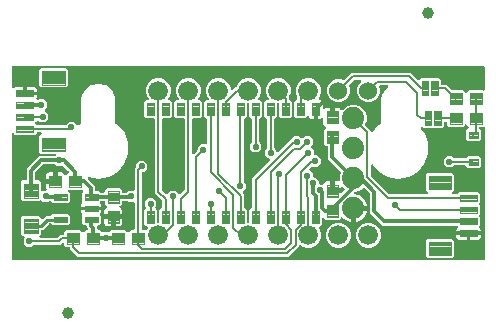
<source format=gtl>
G04 EAGLE Gerber RS-274X export*
G75*
%MOMM*%
%FSLAX34Y34*%
%LPD*%
%INTop Copper*%
%IPPOS*%
%AMOC8*
5,1,8,0,0,1.08239X$1,22.5*%
G01*
%ADD10C,0.100000*%
%ADD11C,1.879600*%
%ADD12C,0.101600*%
%ADD13C,0.100800*%
%ADD14C,0.102000*%
%ADD15C,0.096000*%
%ADD16C,1.000000*%
%ADD17C,1.676400*%
%ADD18C,1.524000*%
%ADD19C,0.099059*%
%ADD20C,0.099000*%
%ADD21C,0.104000*%
%ADD22C,0.304800*%
%ADD23C,0.558800*%
%ADD24C,0.203200*%
%ADD25C,0.254000*%

G36*
X116956Y82881D02*
X116956Y82881D01*
X116984Y82878D01*
X117097Y82901D01*
X117210Y82917D01*
X117235Y82929D01*
X117263Y82934D01*
X117365Y82987D01*
X117469Y83034D01*
X117490Y83052D01*
X117515Y83065D01*
X117598Y83144D01*
X117686Y83219D01*
X117699Y83240D01*
X117721Y83261D01*
X117855Y83490D01*
X117864Y83503D01*
X118413Y84828D01*
X118441Y84940D01*
X118476Y85049D01*
X118477Y85077D01*
X118483Y85104D01*
X118480Y85218D01*
X118483Y85333D01*
X118476Y85360D01*
X118475Y85388D01*
X118440Y85497D01*
X118411Y85608D01*
X118397Y85632D01*
X118389Y85659D01*
X118325Y85754D01*
X118266Y85853D01*
X118246Y85872D01*
X118230Y85895D01*
X118143Y85969D01*
X118059Y86047D01*
X118034Y86060D01*
X118013Y86078D01*
X117908Y86124D01*
X117806Y86177D01*
X117781Y86181D01*
X117753Y86193D01*
X117489Y86230D01*
X117475Y86232D01*
X116796Y86232D01*
X115315Y87713D01*
X115315Y100247D01*
X116433Y101365D01*
X116449Y101385D01*
X116466Y101400D01*
X116483Y101426D01*
X116511Y101452D01*
X116554Y101525D01*
X116604Y101592D01*
X116618Y101628D01*
X116624Y101637D01*
X116629Y101654D01*
X116655Y101697D01*
X116675Y101779D01*
X116705Y101858D01*
X116710Y101908D01*
X116710Y101909D01*
X116710Y101916D01*
X116725Y101973D01*
X116722Y102057D01*
X116729Y102141D01*
X116717Y102198D01*
X116716Y102257D01*
X116690Y102337D01*
X116673Y102420D01*
X116646Y102472D01*
X116628Y102527D01*
X116588Y102584D01*
X116542Y102672D01*
X116473Y102744D01*
X116433Y102801D01*
X115823Y103411D01*
X115823Y107409D01*
X118651Y110237D01*
X122649Y110237D01*
X125477Y107409D01*
X125477Y103411D01*
X124867Y102801D01*
X124832Y102754D01*
X124789Y102714D01*
X124746Y102641D01*
X124696Y102574D01*
X124675Y102519D01*
X124645Y102468D01*
X124625Y102387D01*
X124595Y102308D01*
X124590Y102249D01*
X124575Y102193D01*
X124578Y102109D01*
X124571Y102025D01*
X124583Y101967D01*
X124584Y101909D01*
X124610Y101829D01*
X124627Y101746D01*
X124651Y101700D01*
X124655Y101684D01*
X124659Y101677D01*
X124672Y101638D01*
X124712Y101582D01*
X124758Y101493D01*
X124786Y101464D01*
X124800Y101440D01*
X124840Y101403D01*
X124867Y101365D01*
X125985Y100247D01*
X125985Y90210D01*
X125993Y90152D01*
X125991Y90094D01*
X126013Y90012D01*
X126025Y89928D01*
X126048Y89875D01*
X126063Y89819D01*
X126106Y89746D01*
X126141Y89669D01*
X126179Y89624D01*
X126208Y89574D01*
X126270Y89516D01*
X126324Y89452D01*
X126373Y89420D01*
X126416Y89380D01*
X126491Y89341D01*
X126561Y89294D01*
X126617Y89277D01*
X126669Y89250D01*
X126737Y89239D01*
X126832Y89209D01*
X126932Y89206D01*
X127000Y89195D01*
X127058Y89203D01*
X127116Y89201D01*
X127198Y89223D01*
X127282Y89235D01*
X127335Y89258D01*
X127391Y89273D01*
X127464Y89316D01*
X127541Y89351D01*
X127586Y89389D01*
X127636Y89418D01*
X127694Y89480D01*
X127758Y89534D01*
X127790Y89583D01*
X127830Y89626D01*
X127869Y89701D01*
X127916Y89771D01*
X127933Y89827D01*
X127960Y89879D01*
X127971Y89947D01*
X128001Y90042D01*
X128004Y90142D01*
X128015Y90210D01*
X128015Y100247D01*
X129531Y101762D01*
X129568Y101768D01*
X129621Y101791D01*
X129677Y101806D01*
X129750Y101849D01*
X129827Y101884D01*
X129872Y101922D01*
X129922Y101951D01*
X129980Y102013D01*
X130044Y102067D01*
X130076Y102116D01*
X130116Y102159D01*
X130155Y102234D01*
X130202Y102304D01*
X130219Y102360D01*
X130246Y102412D01*
X130257Y102480D01*
X130287Y102575D01*
X130290Y102675D01*
X130301Y102743D01*
X130301Y107537D01*
X130289Y107623D01*
X130286Y107711D01*
X130269Y107763D01*
X130261Y107818D01*
X130226Y107898D01*
X130199Y107981D01*
X130171Y108020D01*
X130145Y108078D01*
X130049Y108191D01*
X130004Y108255D01*
X124131Y114127D01*
X124131Y176657D01*
X124123Y176715D01*
X124125Y176773D01*
X124103Y176855D01*
X124091Y176939D01*
X124068Y176992D01*
X124053Y177048D01*
X124010Y177121D01*
X123975Y177198D01*
X123937Y177243D01*
X123908Y177293D01*
X123846Y177351D01*
X123792Y177415D01*
X123743Y177447D01*
X123700Y177487D01*
X123625Y177526D01*
X123555Y177573D01*
X123499Y177590D01*
X123447Y177617D01*
X123379Y177628D01*
X123284Y177658D01*
X123184Y177661D01*
X123116Y177672D01*
X116796Y177672D01*
X115315Y179153D01*
X115315Y191687D01*
X116796Y193168D01*
X118013Y193168D01*
X118042Y193172D01*
X118071Y193169D01*
X118182Y193192D01*
X118294Y193208D01*
X118321Y193220D01*
X118350Y193225D01*
X118450Y193278D01*
X118553Y193324D01*
X118576Y193343D01*
X118602Y193356D01*
X118684Y193434D01*
X118770Y193507D01*
X118787Y193532D01*
X118808Y193552D01*
X118865Y193650D01*
X118928Y193744D01*
X118937Y193772D01*
X118952Y193797D01*
X118980Y193907D01*
X119014Y194015D01*
X119015Y194045D01*
X119022Y194073D01*
X119018Y194186D01*
X119021Y194299D01*
X119014Y194328D01*
X119013Y194357D01*
X118978Y194465D01*
X118949Y194574D01*
X118934Y194600D01*
X118925Y194628D01*
X118880Y194692D01*
X118804Y194819D01*
X118758Y194862D01*
X118730Y194901D01*
X118351Y195281D01*
X116765Y199108D01*
X116765Y203252D01*
X118351Y207080D01*
X121280Y210009D01*
X125108Y211595D01*
X129252Y211595D01*
X133080Y210009D01*
X136009Y207080D01*
X137595Y203252D01*
X137595Y199108D01*
X136009Y195281D01*
X135630Y194901D01*
X135612Y194877D01*
X135590Y194858D01*
X135527Y194764D01*
X135459Y194674D01*
X135448Y194646D01*
X135432Y194622D01*
X135398Y194514D01*
X135357Y194408D01*
X135355Y194379D01*
X135346Y194351D01*
X135343Y194238D01*
X135334Y194125D01*
X135340Y194096D01*
X135339Y194067D01*
X135367Y193957D01*
X135390Y193846D01*
X135403Y193820D01*
X135411Y193792D01*
X135468Y193694D01*
X135521Y193594D01*
X135541Y193572D01*
X135556Y193547D01*
X135639Y193470D01*
X135717Y193388D01*
X135742Y193373D01*
X135763Y193353D01*
X135864Y193301D01*
X135962Y193244D01*
X135990Y193237D01*
X136016Y193223D01*
X136094Y193210D01*
X136237Y193174D01*
X136300Y193176D01*
X136347Y193168D01*
X137204Y193168D01*
X138685Y191687D01*
X138685Y179153D01*
X137204Y177672D01*
X131244Y177672D01*
X131186Y177664D01*
X131128Y177666D01*
X131046Y177644D01*
X130962Y177632D01*
X130909Y177609D01*
X130853Y177594D01*
X130780Y177551D01*
X130703Y177516D01*
X130658Y177478D01*
X130608Y177449D01*
X130550Y177387D01*
X130486Y177333D01*
X130454Y177284D01*
X130414Y177241D01*
X130375Y177166D01*
X130328Y177096D01*
X130311Y177040D01*
X130284Y176988D01*
X130273Y176920D01*
X130243Y176825D01*
X130240Y176725D01*
X130229Y176657D01*
X130229Y117073D01*
X130241Y116987D01*
X130244Y116899D01*
X130261Y116847D01*
X130269Y116792D01*
X130304Y116712D01*
X130331Y116629D01*
X130359Y116590D01*
X130385Y116532D01*
X130481Y116419D01*
X130526Y116355D01*
X133280Y113602D01*
X133327Y113566D01*
X133367Y113524D01*
X133440Y113481D01*
X133507Y113431D01*
X133562Y113410D01*
X133612Y113380D01*
X133694Y113360D01*
X133773Y113330D01*
X133831Y113325D01*
X133888Y113310D01*
X133972Y113313D01*
X134056Y113306D01*
X134113Y113317D01*
X134172Y113319D01*
X134252Y113345D01*
X134335Y113362D01*
X134387Y113389D01*
X134442Y113407D01*
X134499Y113447D01*
X134587Y113493D01*
X134659Y113562D01*
X134716Y113602D01*
X137701Y116587D01*
X141699Y116587D01*
X144684Y113602D01*
X144731Y113566D01*
X144771Y113524D01*
X144844Y113481D01*
X144912Y113431D01*
X144966Y113410D01*
X145017Y113380D01*
X145098Y113360D01*
X145177Y113330D01*
X145236Y113325D01*
X145292Y113310D01*
X145376Y113313D01*
X145460Y113306D01*
X145518Y113317D01*
X145576Y113319D01*
X145657Y113345D01*
X145739Y113362D01*
X145791Y113389D01*
X145847Y113407D01*
X145903Y113447D01*
X145992Y113493D01*
X146064Y113562D01*
X146120Y113602D01*
X149234Y116715D01*
X149286Y116785D01*
X149346Y116849D01*
X149372Y116899D01*
X149405Y116943D01*
X149436Y117024D01*
X149476Y117102D01*
X149484Y117150D01*
X149506Y117208D01*
X149518Y117356D01*
X149531Y117433D01*
X149531Y176657D01*
X149523Y176715D01*
X149525Y176773D01*
X149503Y176855D01*
X149491Y176939D01*
X149468Y176992D01*
X149453Y177048D01*
X149410Y177121D01*
X149375Y177198D01*
X149337Y177243D01*
X149308Y177293D01*
X149246Y177351D01*
X149192Y177415D01*
X149143Y177447D01*
X149100Y177487D01*
X149025Y177526D01*
X148955Y177573D01*
X148899Y177590D01*
X148847Y177617D01*
X148779Y177628D01*
X148684Y177658D01*
X148584Y177661D01*
X148516Y177672D01*
X142196Y177672D01*
X140715Y179153D01*
X140715Y191687D01*
X142196Y193168D01*
X143413Y193168D01*
X143442Y193172D01*
X143471Y193169D01*
X143582Y193192D01*
X143694Y193208D01*
X143721Y193220D01*
X143750Y193225D01*
X143850Y193278D01*
X143953Y193324D01*
X143976Y193343D01*
X144002Y193356D01*
X144084Y193434D01*
X144170Y193507D01*
X144187Y193532D01*
X144208Y193552D01*
X144265Y193650D01*
X144328Y193744D01*
X144337Y193772D01*
X144352Y193797D01*
X144380Y193907D01*
X144414Y194015D01*
X144415Y194045D01*
X144422Y194073D01*
X144418Y194186D01*
X144421Y194299D01*
X144414Y194328D01*
X144413Y194357D01*
X144378Y194465D01*
X144349Y194574D01*
X144334Y194600D01*
X144325Y194628D01*
X144280Y194692D01*
X144204Y194819D01*
X144158Y194862D01*
X144130Y194901D01*
X143751Y195281D01*
X142165Y199108D01*
X142165Y203252D01*
X143751Y207080D01*
X146680Y210009D01*
X150508Y211595D01*
X154652Y211595D01*
X158480Y210009D01*
X161409Y207080D01*
X162995Y203252D01*
X162995Y199108D01*
X161409Y195281D01*
X161030Y194901D01*
X161012Y194877D01*
X160990Y194858D01*
X160927Y194764D01*
X160859Y194674D01*
X160848Y194646D01*
X160832Y194622D01*
X160798Y194514D01*
X160757Y194408D01*
X160755Y194379D01*
X160746Y194351D01*
X160743Y194238D01*
X160734Y194125D01*
X160740Y194096D01*
X160739Y194067D01*
X160767Y193957D01*
X160790Y193846D01*
X160803Y193820D01*
X160811Y193792D01*
X160868Y193694D01*
X160921Y193594D01*
X160941Y193572D01*
X160956Y193547D01*
X161039Y193470D01*
X161117Y193388D01*
X161142Y193373D01*
X161163Y193353D01*
X161264Y193301D01*
X161362Y193244D01*
X161390Y193237D01*
X161416Y193223D01*
X161494Y193210D01*
X161637Y193174D01*
X161700Y193176D01*
X161747Y193168D01*
X162604Y193168D01*
X164085Y191687D01*
X164085Y179153D01*
X162604Y177672D01*
X156644Y177672D01*
X156586Y177664D01*
X156528Y177666D01*
X156446Y177644D01*
X156362Y177632D01*
X156309Y177609D01*
X156253Y177594D01*
X156180Y177551D01*
X156103Y177516D01*
X156058Y177478D01*
X156008Y177449D01*
X155950Y177387D01*
X155886Y177333D01*
X155854Y177284D01*
X155814Y177241D01*
X155775Y177166D01*
X155728Y177096D01*
X155711Y177040D01*
X155684Y176988D01*
X155673Y176920D01*
X155643Y176825D01*
X155640Y176725D01*
X155629Y176657D01*
X155629Y148421D01*
X155633Y148392D01*
X155630Y148363D01*
X155653Y148252D01*
X155669Y148140D01*
X155681Y148113D01*
X155686Y148084D01*
X155739Y147984D01*
X155785Y147880D01*
X155804Y147858D01*
X155817Y147832D01*
X155895Y147750D01*
X155968Y147663D01*
X155993Y147647D01*
X156013Y147626D01*
X156111Y147569D01*
X156205Y147506D01*
X156233Y147497D01*
X156258Y147482D01*
X156368Y147454D01*
X156476Y147420D01*
X156506Y147419D01*
X156534Y147412D01*
X156647Y147416D01*
X156760Y147413D01*
X156789Y147420D01*
X156818Y147421D01*
X156926Y147456D01*
X157035Y147485D01*
X157061Y147500D01*
X157089Y147509D01*
X157152Y147554D01*
X157280Y147630D01*
X157323Y147675D01*
X157362Y147703D01*
X159976Y150317D01*
X160028Y150387D01*
X160088Y150451D01*
X160114Y150501D01*
X160147Y150545D01*
X160178Y150626D01*
X160218Y150704D01*
X160226Y150752D01*
X160248Y150810D01*
X160260Y150958D01*
X160273Y151035D01*
X160273Y153129D01*
X163101Y155957D01*
X167386Y155957D01*
X167444Y155965D01*
X167502Y155963D01*
X167584Y155985D01*
X167668Y155997D01*
X167721Y156020D01*
X167777Y156035D01*
X167850Y156078D01*
X167927Y156113D01*
X167972Y156151D01*
X168022Y156180D01*
X168080Y156242D01*
X168144Y156296D01*
X168176Y156345D01*
X168216Y156388D01*
X168255Y156463D01*
X168302Y156533D01*
X168319Y156589D01*
X168346Y156641D01*
X168357Y156709D01*
X168387Y156804D01*
X168390Y156904D01*
X168401Y156972D01*
X168401Y176657D01*
X168393Y176715D01*
X168395Y176773D01*
X168373Y176855D01*
X168361Y176939D01*
X168338Y176992D01*
X168323Y177048D01*
X168280Y177121D01*
X168245Y177198D01*
X168207Y177243D01*
X168178Y177293D01*
X168116Y177351D01*
X168062Y177415D01*
X168013Y177447D01*
X167970Y177487D01*
X167895Y177526D01*
X167825Y177573D01*
X167769Y177590D01*
X167717Y177617D01*
X167649Y177628D01*
X167636Y177632D01*
X166115Y179153D01*
X166115Y191687D01*
X167596Y193168D01*
X168813Y193168D01*
X168842Y193172D01*
X168871Y193169D01*
X168982Y193192D01*
X169094Y193208D01*
X169121Y193220D01*
X169150Y193225D01*
X169250Y193278D01*
X169353Y193324D01*
X169376Y193343D01*
X169402Y193356D01*
X169484Y193434D01*
X169570Y193507D01*
X169587Y193532D01*
X169608Y193552D01*
X169665Y193650D01*
X169728Y193744D01*
X169737Y193772D01*
X169752Y193797D01*
X169780Y193907D01*
X169814Y194015D01*
X169815Y194045D01*
X169822Y194073D01*
X169818Y194186D01*
X169821Y194299D01*
X169814Y194328D01*
X169813Y194357D01*
X169778Y194465D01*
X169749Y194574D01*
X169734Y194600D01*
X169725Y194628D01*
X169680Y194692D01*
X169604Y194819D01*
X169558Y194862D01*
X169530Y194901D01*
X169151Y195281D01*
X167565Y199108D01*
X167565Y203252D01*
X169151Y207080D01*
X172080Y210009D01*
X175908Y211595D01*
X180052Y211595D01*
X183880Y210009D01*
X186809Y207080D01*
X188395Y203252D01*
X188395Y202777D01*
X188399Y202748D01*
X188396Y202719D01*
X188419Y202608D01*
X188435Y202496D01*
X188447Y202469D01*
X188452Y202440D01*
X188505Y202340D01*
X188551Y202236D01*
X188570Y202214D01*
X188583Y202188D01*
X188661Y202106D01*
X188734Y202019D01*
X188759Y202003D01*
X188779Y201982D01*
X188877Y201925D01*
X188971Y201862D01*
X188999Y201853D01*
X189024Y201838D01*
X189134Y201810D01*
X189242Y201776D01*
X189272Y201775D01*
X189300Y201768D01*
X189413Y201772D01*
X189526Y201769D01*
X189555Y201776D01*
X189584Y201777D01*
X189692Y201812D01*
X189801Y201841D01*
X189827Y201856D01*
X189855Y201865D01*
X189918Y201910D01*
X190046Y201986D01*
X190089Y202031D01*
X190128Y202059D01*
X192297Y204229D01*
X192692Y204229D01*
X192693Y204229D01*
X192695Y204229D01*
X192835Y204249D01*
X192973Y204269D01*
X192975Y204269D01*
X192976Y204269D01*
X193104Y204327D01*
X193233Y204385D01*
X193234Y204386D01*
X193235Y204387D01*
X193342Y204478D01*
X193450Y204568D01*
X193450Y204570D01*
X193452Y204571D01*
X193460Y204584D01*
X193607Y204805D01*
X193616Y204834D01*
X193630Y204855D01*
X194551Y207080D01*
X197480Y210009D01*
X201308Y211595D01*
X205452Y211595D01*
X209280Y210009D01*
X212209Y207080D01*
X213795Y203252D01*
X213795Y199108D01*
X212209Y195281D01*
X211830Y194901D01*
X211812Y194877D01*
X211790Y194858D01*
X211727Y194764D01*
X211659Y194674D01*
X211648Y194646D01*
X211632Y194622D01*
X211598Y194514D01*
X211557Y194408D01*
X211555Y194379D01*
X211546Y194351D01*
X211543Y194238D01*
X211534Y194125D01*
X211540Y194096D01*
X211539Y194067D01*
X211567Y193957D01*
X211590Y193846D01*
X211603Y193820D01*
X211611Y193792D01*
X211668Y193694D01*
X211721Y193594D01*
X211741Y193572D01*
X211756Y193547D01*
X211839Y193470D01*
X211917Y193388D01*
X211942Y193373D01*
X211963Y193353D01*
X212064Y193301D01*
X212162Y193244D01*
X212190Y193237D01*
X212216Y193223D01*
X212294Y193210D01*
X212437Y193174D01*
X212500Y193176D01*
X212547Y193168D01*
X213404Y193168D01*
X214885Y191687D01*
X214885Y179153D01*
X213369Y177638D01*
X213332Y177632D01*
X213279Y177609D01*
X213223Y177594D01*
X213150Y177551D01*
X213073Y177516D01*
X213028Y177478D01*
X212978Y177449D01*
X212920Y177387D01*
X212856Y177333D01*
X212824Y177284D01*
X212784Y177241D01*
X212745Y177166D01*
X212698Y177096D01*
X212681Y177040D01*
X212654Y176988D01*
X212643Y176920D01*
X212613Y176825D01*
X212610Y176725D01*
X212599Y176657D01*
X212599Y157868D01*
X212606Y157817D01*
X212605Y157798D01*
X212611Y157776D01*
X212614Y157694D01*
X212631Y157641D01*
X212639Y157586D01*
X212674Y157507D01*
X212701Y157423D01*
X212729Y157384D01*
X212755Y157327D01*
X212851Y157214D01*
X212896Y157150D01*
X214377Y155669D01*
X214377Y151671D01*
X211549Y148843D01*
X207551Y148843D01*
X204723Y151671D01*
X204723Y155669D01*
X206204Y157150D01*
X206256Y157220D01*
X206316Y157284D01*
X206342Y157333D01*
X206375Y157377D01*
X206406Y157459D01*
X206446Y157537D01*
X206454Y157584D01*
X206476Y157643D01*
X206484Y157735D01*
X206487Y157747D01*
X206488Y157791D01*
X206501Y157868D01*
X206501Y176657D01*
X206493Y176715D01*
X206495Y176773D01*
X206473Y176855D01*
X206461Y176939D01*
X206438Y176992D01*
X206423Y177048D01*
X206380Y177121D01*
X206345Y177198D01*
X206307Y177243D01*
X206278Y177293D01*
X206216Y177351D01*
X206162Y177415D01*
X206113Y177447D01*
X206070Y177487D01*
X205995Y177526D01*
X205925Y177573D01*
X205869Y177590D01*
X205817Y177617D01*
X205749Y177628D01*
X205736Y177632D01*
X204215Y179153D01*
X204215Y189750D01*
X204207Y189808D01*
X204209Y189866D01*
X204187Y189948D01*
X204175Y190032D01*
X204152Y190085D01*
X204137Y190141D01*
X204094Y190214D01*
X204059Y190291D01*
X204021Y190336D01*
X203992Y190386D01*
X203930Y190444D01*
X203876Y190508D01*
X203827Y190540D01*
X203784Y190580D01*
X203709Y190619D01*
X203639Y190666D01*
X203583Y190683D01*
X203531Y190710D01*
X203463Y190721D01*
X203368Y190751D01*
X203268Y190754D01*
X203200Y190765D01*
X203142Y190757D01*
X203084Y190759D01*
X203002Y190737D01*
X202918Y190725D01*
X202865Y190702D01*
X202809Y190687D01*
X202736Y190644D01*
X202659Y190609D01*
X202614Y190571D01*
X202564Y190542D01*
X202506Y190480D01*
X202442Y190426D01*
X202410Y190377D01*
X202370Y190334D01*
X202331Y190259D01*
X202284Y190189D01*
X202267Y190133D01*
X202240Y190081D01*
X202229Y190013D01*
X202199Y189918D01*
X202196Y189818D01*
X202185Y189750D01*
X202185Y179153D01*
X200704Y177672D01*
X200690Y177672D01*
X200632Y177664D01*
X200573Y177666D01*
X200492Y177644D01*
X200408Y177632D01*
X200355Y177609D01*
X200298Y177594D01*
X200226Y177551D01*
X200149Y177516D01*
X200104Y177478D01*
X200054Y177449D01*
X199996Y177387D01*
X199932Y177333D01*
X199899Y177284D01*
X199859Y177241D01*
X199821Y177166D01*
X199774Y177096D01*
X199757Y177040D01*
X199730Y176988D01*
X199719Y176920D01*
X199688Y176825D01*
X199686Y176725D01*
X199674Y176657D01*
X199674Y124624D01*
X199687Y124537D01*
X199690Y124450D01*
X199707Y124397D01*
X199714Y124342D01*
X199750Y124262D01*
X199777Y124179D01*
X199805Y124140D01*
X199831Y124083D01*
X199926Y123969D01*
X199972Y123906D01*
X201452Y122425D01*
X201452Y118426D01*
X198692Y115666D01*
X198656Y115619D01*
X198614Y115579D01*
X198572Y115506D01*
X198521Y115438D01*
X198500Y115384D01*
X198470Y115333D01*
X198450Y115252D01*
X198420Y115173D01*
X198415Y115114D01*
X198400Y115058D01*
X198403Y114974D01*
X198396Y114890D01*
X198407Y114832D01*
X198409Y114774D01*
X198435Y114693D01*
X198452Y114611D01*
X198479Y114559D01*
X198497Y114503D01*
X198537Y114447D01*
X198583Y114358D01*
X198652Y114286D01*
X198692Y114230D01*
X199899Y113023D01*
X199899Y102743D01*
X199907Y102685D01*
X199905Y102627D01*
X199927Y102545D01*
X199939Y102461D01*
X199962Y102408D01*
X199977Y102352D01*
X200020Y102279D01*
X200055Y102202D01*
X200093Y102157D01*
X200122Y102107D01*
X200184Y102049D01*
X200238Y101985D01*
X200287Y101953D01*
X200330Y101913D01*
X200405Y101874D01*
X200475Y101827D01*
X200531Y101810D01*
X200583Y101783D01*
X200651Y101772D01*
X200664Y101768D01*
X202185Y100247D01*
X202185Y90210D01*
X202193Y90152D01*
X202191Y90094D01*
X202213Y90012D01*
X202225Y89928D01*
X202248Y89875D01*
X202263Y89819D01*
X202306Y89746D01*
X202341Y89669D01*
X202379Y89624D01*
X202408Y89574D01*
X202470Y89516D01*
X202524Y89452D01*
X202573Y89420D01*
X202616Y89380D01*
X202691Y89341D01*
X202761Y89294D01*
X202817Y89277D01*
X202869Y89250D01*
X202937Y89239D01*
X203032Y89209D01*
X203132Y89206D01*
X203200Y89195D01*
X203258Y89203D01*
X203316Y89201D01*
X203398Y89223D01*
X203482Y89235D01*
X203535Y89258D01*
X203591Y89273D01*
X203664Y89316D01*
X203741Y89351D01*
X203786Y89389D01*
X203836Y89418D01*
X203894Y89480D01*
X203958Y89534D01*
X203990Y89583D01*
X204030Y89626D01*
X204069Y89701D01*
X204116Y89771D01*
X204133Y89827D01*
X204160Y89879D01*
X204171Y89947D01*
X204201Y90042D01*
X204204Y90142D01*
X204215Y90210D01*
X204215Y100247D01*
X205731Y101762D01*
X205768Y101768D01*
X205821Y101791D01*
X205877Y101806D01*
X205950Y101849D01*
X206027Y101884D01*
X206072Y101922D01*
X206122Y101951D01*
X206180Y102013D01*
X206244Y102067D01*
X206276Y102116D01*
X206316Y102159D01*
X206355Y102234D01*
X206402Y102304D01*
X206419Y102360D01*
X206446Y102412D01*
X206457Y102480D01*
X206487Y102575D01*
X206490Y102675D01*
X206501Y102743D01*
X206501Y126993D01*
X221539Y142030D01*
X221556Y142054D01*
X221579Y142073D01*
X221641Y142167D01*
X221709Y142257D01*
X221720Y142285D01*
X221736Y142309D01*
X221770Y142417D01*
X221811Y142523D01*
X221813Y142552D01*
X221822Y142580D01*
X221825Y142694D01*
X221834Y142806D01*
X221829Y142835D01*
X221829Y142864D01*
X221801Y142974D01*
X221778Y143085D01*
X221765Y143111D01*
X221757Y143139D01*
X221700Y143237D01*
X221647Y143337D01*
X221627Y143359D01*
X221612Y143384D01*
X221530Y143461D01*
X221452Y143543D01*
X221426Y143558D01*
X221405Y143578D01*
X221304Y143630D01*
X221206Y143687D01*
X221178Y143694D01*
X221152Y143708D01*
X221074Y143721D01*
X220931Y143757D01*
X220868Y143755D01*
X220821Y143763D01*
X220251Y143763D01*
X217423Y146591D01*
X217423Y150589D01*
X218904Y152070D01*
X218956Y152140D01*
X219016Y152204D01*
X219042Y152253D01*
X219075Y152297D01*
X219106Y152379D01*
X219146Y152457D01*
X219154Y152504D01*
X219176Y152563D01*
X219184Y152660D01*
X219187Y152670D01*
X219188Y152711D01*
X219201Y152788D01*
X219201Y176657D01*
X219193Y176715D01*
X219195Y176773D01*
X219173Y176855D01*
X219161Y176939D01*
X219138Y176992D01*
X219123Y177048D01*
X219080Y177121D01*
X219045Y177198D01*
X219007Y177243D01*
X218978Y177293D01*
X218916Y177351D01*
X218862Y177415D01*
X218813Y177447D01*
X218770Y177487D01*
X218695Y177526D01*
X218625Y177573D01*
X218569Y177590D01*
X218517Y177617D01*
X218449Y177628D01*
X218436Y177632D01*
X216915Y179153D01*
X216915Y191687D01*
X218396Y193168D01*
X219613Y193168D01*
X219642Y193172D01*
X219671Y193169D01*
X219782Y193192D01*
X219894Y193208D01*
X219921Y193220D01*
X219950Y193225D01*
X220050Y193278D01*
X220153Y193324D01*
X220176Y193343D01*
X220202Y193356D01*
X220284Y193434D01*
X220370Y193507D01*
X220387Y193532D01*
X220408Y193552D01*
X220465Y193650D01*
X220528Y193744D01*
X220537Y193772D01*
X220552Y193797D01*
X220580Y193907D01*
X220614Y194015D01*
X220615Y194045D01*
X220622Y194073D01*
X220618Y194186D01*
X220621Y194299D01*
X220614Y194328D01*
X220613Y194357D01*
X220578Y194465D01*
X220549Y194574D01*
X220534Y194600D01*
X220525Y194628D01*
X220480Y194692D01*
X220404Y194819D01*
X220358Y194862D01*
X220330Y194901D01*
X219951Y195281D01*
X218365Y199108D01*
X218365Y203252D01*
X219951Y207080D01*
X222880Y210009D01*
X226708Y211595D01*
X230852Y211595D01*
X234680Y210009D01*
X237609Y207080D01*
X239195Y203252D01*
X239195Y199108D01*
X238076Y196407D01*
X238068Y196378D01*
X238054Y196350D01*
X238041Y196273D01*
X238005Y196132D01*
X238007Y196068D01*
X237999Y196019D01*
X237999Y194183D01*
X238007Y194125D01*
X238005Y194067D01*
X238027Y193985D01*
X238039Y193901D01*
X238062Y193848D01*
X238077Y193792D01*
X238120Y193719D01*
X238155Y193642D01*
X238193Y193597D01*
X238222Y193547D01*
X238284Y193489D01*
X238338Y193425D01*
X238387Y193393D01*
X238430Y193353D01*
X238505Y193314D01*
X238575Y193267D01*
X238631Y193250D01*
X238683Y193223D01*
X238751Y193212D01*
X238764Y193208D01*
X240285Y191687D01*
X240285Y179153D01*
X238804Y177672D01*
X231096Y177672D01*
X229615Y179153D01*
X229615Y189750D01*
X229607Y189808D01*
X229609Y189866D01*
X229587Y189948D01*
X229575Y190032D01*
X229552Y190085D01*
X229537Y190141D01*
X229494Y190214D01*
X229459Y190291D01*
X229421Y190336D01*
X229392Y190386D01*
X229330Y190444D01*
X229276Y190508D01*
X229227Y190540D01*
X229184Y190580D01*
X229109Y190619D01*
X229039Y190666D01*
X228983Y190683D01*
X228931Y190710D01*
X228863Y190721D01*
X228768Y190751D01*
X228668Y190754D01*
X228600Y190765D01*
X228542Y190757D01*
X228484Y190759D01*
X228402Y190737D01*
X228318Y190725D01*
X228265Y190702D01*
X228209Y190687D01*
X228136Y190644D01*
X228059Y190609D01*
X228014Y190571D01*
X227964Y190542D01*
X227906Y190480D01*
X227842Y190426D01*
X227810Y190377D01*
X227770Y190334D01*
X227731Y190259D01*
X227684Y190189D01*
X227667Y190133D01*
X227640Y190081D01*
X227629Y190013D01*
X227599Y189918D01*
X227596Y189818D01*
X227585Y189750D01*
X227585Y179153D01*
X226069Y177638D01*
X226032Y177632D01*
X225979Y177609D01*
X225923Y177594D01*
X225850Y177551D01*
X225773Y177516D01*
X225728Y177478D01*
X225678Y177449D01*
X225620Y177387D01*
X225556Y177333D01*
X225524Y177284D01*
X225484Y177241D01*
X225445Y177166D01*
X225398Y177096D01*
X225381Y177040D01*
X225354Y176988D01*
X225343Y176920D01*
X225313Y176825D01*
X225310Y176725D01*
X225299Y176657D01*
X225299Y152788D01*
X225306Y152738D01*
X225305Y152722D01*
X225311Y152701D01*
X225314Y152614D01*
X225331Y152561D01*
X225339Y152506D01*
X225374Y152427D01*
X225401Y152343D01*
X225429Y152304D01*
X225455Y152247D01*
X225551Y152134D01*
X225596Y152070D01*
X227077Y150589D01*
X227077Y150019D01*
X227081Y149990D01*
X227078Y149961D01*
X227101Y149850D01*
X227117Y149738D01*
X227129Y149711D01*
X227134Y149682D01*
X227186Y149582D01*
X227233Y149478D01*
X227252Y149456D01*
X227265Y149430D01*
X227343Y149348D01*
X227416Y149261D01*
X227441Y149245D01*
X227461Y149224D01*
X227559Y149167D01*
X227653Y149104D01*
X227681Y149095D01*
X227706Y149080D01*
X227816Y149052D01*
X227924Y149018D01*
X227954Y149017D01*
X227982Y149010D01*
X228095Y149014D01*
X228208Y149011D01*
X228237Y149018D01*
X228266Y149019D01*
X228374Y149054D01*
X228483Y149083D01*
X228509Y149098D01*
X228537Y149107D01*
X228600Y149152D01*
X228728Y149228D01*
X228771Y149273D01*
X228810Y149301D01*
X240714Y161206D01*
X240761Y161246D01*
X240825Y161291D01*
X242306Y162772D01*
X246304Y162772D01*
X248032Y161044D01*
X248079Y161009D01*
X248119Y160966D01*
X248192Y160924D01*
X248259Y160873D01*
X248314Y160852D01*
X248364Y160823D01*
X248446Y160802D01*
X248525Y160772D01*
X248583Y160767D01*
X248640Y160753D01*
X248724Y160755D01*
X248808Y160748D01*
X248866Y160760D01*
X248924Y160762D01*
X249004Y160788D01*
X249087Y160804D01*
X249139Y160831D01*
X249195Y160849D01*
X249251Y160889D01*
X249339Y160935D01*
X249412Y161004D01*
X249468Y161044D01*
X251251Y162827D01*
X255249Y162827D01*
X258077Y159999D01*
X258077Y156001D01*
X256464Y154388D01*
X256429Y154341D01*
X256386Y154301D01*
X256344Y154228D01*
X256293Y154161D01*
X256272Y154106D01*
X256243Y154056D01*
X256222Y153974D01*
X256192Y153895D01*
X256187Y153837D01*
X256173Y153780D01*
X256175Y153696D01*
X256168Y153612D01*
X256180Y153554D01*
X256182Y153496D01*
X256208Y153416D01*
X256224Y153333D01*
X256251Y153281D01*
X256269Y153225D01*
X256309Y153169D01*
X256355Y153081D01*
X256424Y153008D01*
X256464Y152952D01*
X258827Y150589D01*
X258827Y147459D01*
X258835Y147401D01*
X258833Y147343D01*
X258855Y147261D01*
X258867Y147178D01*
X258890Y147124D01*
X258905Y147068D01*
X258948Y146995D01*
X258983Y146918D01*
X259021Y146874D01*
X259050Y146823D01*
X259112Y146766D01*
X259166Y146701D01*
X259215Y146669D01*
X259258Y146629D01*
X259333Y146590D01*
X259403Y146544D01*
X259459Y146526D01*
X259511Y146499D01*
X259579Y146488D01*
X259674Y146458D01*
X259774Y146455D01*
X259842Y146444D01*
X261841Y146444D01*
X264669Y143616D01*
X264669Y139618D01*
X261841Y136790D01*
X257756Y136790D01*
X257751Y136792D01*
X257700Y136822D01*
X257619Y136842D01*
X257540Y136873D01*
X257481Y136877D01*
X257425Y136892D01*
X257341Y136889D01*
X257257Y136896D01*
X257199Y136885D01*
X257141Y136883D01*
X257061Y136857D01*
X256978Y136840D01*
X256926Y136813D01*
X256870Y136795D01*
X256814Y136755D01*
X256726Y136709D01*
X256653Y136640D01*
X256597Y136600D01*
X255264Y135268D01*
X255251Y135250D01*
X255238Y135239D01*
X255221Y135213D01*
X255187Y135181D01*
X255144Y135108D01*
X255093Y135040D01*
X255072Y134986D01*
X255043Y134935D01*
X255022Y134854D01*
X254992Y134775D01*
X254987Y134716D01*
X254973Y134660D01*
X254975Y134576D01*
X254968Y134492D01*
X254980Y134434D01*
X254982Y134376D01*
X255008Y134296D01*
X255024Y134213D01*
X255051Y134161D01*
X255069Y134105D01*
X255109Y134049D01*
X255155Y133960D01*
X255224Y133888D01*
X255264Y133832D01*
X257737Y131359D01*
X257737Y128651D01*
X257745Y128593D01*
X257743Y128535D01*
X257765Y128453D01*
X257777Y128369D01*
X257800Y128316D01*
X257815Y128260D01*
X257858Y128187D01*
X257893Y128110D01*
X257931Y128065D01*
X257960Y128015D01*
X258022Y127957D01*
X258076Y127893D01*
X258125Y127861D01*
X258168Y127821D01*
X258243Y127782D01*
X258313Y127735D01*
X258369Y127718D01*
X258421Y127691D01*
X258489Y127680D01*
X258584Y127650D01*
X258684Y127647D01*
X258752Y127636D01*
X260370Y127636D01*
X263198Y124808D01*
X263198Y122682D01*
X263206Y122624D01*
X263204Y122566D01*
X263226Y122484D01*
X263238Y122400D01*
X263261Y122347D01*
X263276Y122291D01*
X263319Y122218D01*
X263354Y122141D01*
X263392Y122096D01*
X263421Y122046D01*
X263483Y121988D01*
X263537Y121924D01*
X263586Y121892D01*
X263629Y121852D01*
X263704Y121813D01*
X263774Y121766D01*
X263830Y121749D01*
X263882Y121722D01*
X263950Y121711D01*
X264045Y121681D01*
X264145Y121678D01*
X264213Y121667D01*
X265951Y121667D01*
X266018Y121676D01*
X266087Y121676D01*
X266159Y121696D01*
X266233Y121707D01*
X266295Y121734D01*
X266360Y121753D01*
X266424Y121792D01*
X266492Y121823D01*
X266544Y121867D01*
X266602Y121903D01*
X266652Y121958D01*
X266709Y122006D01*
X266747Y122063D01*
X266792Y122114D01*
X266818Y122171D01*
X266867Y122243D01*
X266901Y122352D01*
X266932Y122419D01*
X266986Y122624D01*
X267387Y123317D01*
X267953Y123883D01*
X268646Y124284D01*
X269420Y124491D01*
X272289Y124491D01*
X272289Y117466D01*
X272297Y117408D01*
X272295Y117350D01*
X272317Y117268D01*
X272329Y117185D01*
X272353Y117131D01*
X272367Y117075D01*
X272410Y117002D01*
X272445Y116925D01*
X272483Y116881D01*
X272513Y116830D01*
X272574Y116773D01*
X272629Y116708D01*
X272677Y116676D01*
X272720Y116636D01*
X272795Y116597D01*
X272865Y116551D01*
X272921Y116533D01*
X272973Y116506D01*
X273041Y116495D01*
X273136Y116465D01*
X273236Y116462D01*
X273304Y116451D01*
X274321Y116451D01*
X274321Y115434D01*
X274329Y115376D01*
X274328Y115318D01*
X274349Y115236D01*
X274361Y115153D01*
X274385Y115099D01*
X274399Y115043D01*
X274442Y114970D01*
X274477Y114893D01*
X274515Y114848D01*
X274545Y114798D01*
X274606Y114740D01*
X274661Y114676D01*
X274709Y114644D01*
X274752Y114604D01*
X274827Y114565D01*
X274897Y114519D01*
X274953Y114501D01*
X275005Y114474D01*
X275073Y114463D01*
X275168Y114433D01*
X275268Y114430D01*
X275336Y114419D01*
X281867Y114419D01*
X281954Y114431D01*
X282041Y114434D01*
X282094Y114451D01*
X282148Y114459D01*
X282228Y114494D01*
X282312Y114521D01*
X282351Y114549D01*
X282408Y114575D01*
X282521Y114671D01*
X282585Y114716D01*
X284684Y116815D01*
X284719Y116862D01*
X284761Y116902D01*
X284804Y116975D01*
X284855Y117042D01*
X284875Y117097D01*
X284905Y117147D01*
X284926Y117229D01*
X284956Y117308D01*
X284961Y117366D01*
X284975Y117423D01*
X284972Y117507D01*
X284979Y117591D01*
X284968Y117648D01*
X284966Y117707D01*
X284940Y117787D01*
X284924Y117870D01*
X284897Y117922D01*
X284879Y117977D01*
X284838Y118034D01*
X284793Y118122D01*
X284724Y118195D01*
X284684Y118251D01*
X283594Y119341D01*
X283570Y119358D01*
X283551Y119381D01*
X283457Y119443D01*
X283367Y119512D01*
X283339Y119522D01*
X283315Y119538D01*
X283207Y119572D01*
X283101Y119613D01*
X283072Y119615D01*
X283044Y119624D01*
X282930Y119627D01*
X282818Y119636D01*
X282789Y119631D01*
X282760Y119631D01*
X282650Y119603D01*
X282539Y119580D01*
X282513Y119567D01*
X282485Y119560D01*
X282387Y119502D01*
X282287Y119449D01*
X282265Y119429D01*
X282240Y119414D01*
X282163Y119332D01*
X282081Y119254D01*
X282066Y119228D01*
X282046Y119207D01*
X281994Y119106D01*
X281937Y119008D01*
X281930Y118980D01*
X281916Y118954D01*
X281903Y118876D01*
X281867Y118733D01*
X281869Y118670D01*
X281861Y118623D01*
X281861Y118481D01*
X276351Y118481D01*
X276351Y124491D01*
X279220Y124491D01*
X279391Y124445D01*
X279440Y124439D01*
X279486Y124424D01*
X279580Y124422D01*
X279606Y124419D01*
X279651Y124411D01*
X279654Y124411D01*
X279660Y124412D01*
X279673Y124411D01*
X279722Y124418D01*
X279770Y124417D01*
X279860Y124440D01*
X279936Y124451D01*
X279941Y124454D01*
X279954Y124456D01*
X279998Y124477D01*
X280045Y124489D01*
X280124Y124536D01*
X280195Y124567D01*
X280200Y124572D01*
X280211Y124577D01*
X280248Y124609D01*
X280290Y124634D01*
X280352Y124700D01*
X280412Y124751D01*
X280416Y124757D01*
X280425Y124765D01*
X280451Y124806D01*
X280484Y124841D01*
X280525Y124921D01*
X280570Y124988D01*
X280572Y124995D01*
X280578Y125004D01*
X280592Y125051D01*
X280614Y125095D01*
X280626Y125165D01*
X280655Y125259D01*
X280656Y125267D01*
X280658Y125277D01*
X280659Y125364D01*
X280669Y125426D01*
X280669Y129274D01*
X281618Y131565D01*
X281619Y131567D01*
X281620Y131568D01*
X281654Y131702D01*
X281689Y131841D01*
X281689Y131842D01*
X281690Y131844D01*
X281685Y131984D01*
X281681Y132125D01*
X281681Y132126D01*
X281681Y132128D01*
X281640Y132255D01*
X281595Y132395D01*
X281594Y132397D01*
X281593Y132398D01*
X281585Y132410D01*
X281436Y132632D01*
X281413Y132651D01*
X281398Y132672D01*
X273144Y140926D01*
X270763Y143307D01*
X270763Y153132D01*
X270755Y153190D01*
X270757Y153248D01*
X270735Y153330D01*
X270723Y153414D01*
X270700Y153467D01*
X270685Y153523D01*
X270642Y153596D01*
X270607Y153673D01*
X270569Y153718D01*
X270540Y153768D01*
X270478Y153826D01*
X270424Y153890D01*
X270375Y153922D01*
X270332Y153962D01*
X270257Y154001D01*
X270187Y154048D01*
X270131Y154065D01*
X270079Y154092D01*
X270011Y154103D01*
X269916Y154133D01*
X269816Y154136D01*
X269748Y154147D01*
X268771Y154147D01*
X267287Y155631D01*
X267287Y167729D01*
X268825Y169267D01*
X268855Y169306D01*
X268891Y169339D01*
X268940Y169419D01*
X268996Y169494D01*
X269014Y169540D01*
X269039Y169582D01*
X269064Y169672D01*
X269098Y169760D01*
X269102Y169809D01*
X269115Y169856D01*
X269113Y169950D01*
X269121Y170043D01*
X269112Y170091D01*
X269111Y170140D01*
X269084Y170230D01*
X269065Y170322D01*
X269043Y170365D01*
X269029Y170412D01*
X268978Y170491D01*
X268934Y170575D01*
X268901Y170610D01*
X268874Y170651D01*
X268817Y170698D01*
X268739Y170781D01*
X268664Y170825D01*
X268615Y170864D01*
X267953Y171247D01*
X267387Y171813D01*
X266986Y172506D01*
X266779Y173280D01*
X266779Y177078D01*
X266775Y177107D01*
X266778Y177137D01*
X266755Y177248D01*
X266739Y177360D01*
X266727Y177387D01*
X266722Y177415D01*
X266670Y177516D01*
X266623Y177619D01*
X266604Y177642D01*
X266591Y177668D01*
X266513Y177750D01*
X266440Y177836D01*
X266415Y177852D01*
X266395Y177874D01*
X266297Y177931D01*
X266203Y177994D01*
X266175Y178003D01*
X266150Y178017D01*
X266040Y178045D01*
X265932Y178080D01*
X265902Y178080D01*
X265874Y178088D01*
X265761Y178084D01*
X265648Y178087D01*
X265619Y178079D01*
X265590Y178078D01*
X265482Y178044D01*
X265373Y178015D01*
X265347Y178000D01*
X265319Y177991D01*
X265256Y177945D01*
X265128Y177870D01*
X265085Y177824D01*
X265046Y177796D01*
X265021Y177771D01*
X264329Y177371D01*
X263556Y177164D01*
X262000Y177164D01*
X262000Y184785D01*
X261992Y184843D01*
X261994Y184901D01*
X261972Y184983D01*
X261960Y185066D01*
X261937Y185120D01*
X261922Y185176D01*
X261879Y185249D01*
X261844Y185326D01*
X261806Y185370D01*
X261777Y185421D01*
X261715Y185478D01*
X261661Y185543D01*
X261612Y185575D01*
X261569Y185615D01*
X261494Y185654D01*
X261424Y185700D01*
X261368Y185718D01*
X261316Y185745D01*
X261248Y185756D01*
X261153Y185786D01*
X261053Y185789D01*
X260985Y185800D01*
X259715Y185800D01*
X259657Y185792D01*
X259599Y185793D01*
X259517Y185772D01*
X259433Y185760D01*
X259380Y185736D01*
X259324Y185722D01*
X259251Y185678D01*
X259174Y185644D01*
X259129Y185606D01*
X259079Y185576D01*
X259021Y185515D01*
X258957Y185460D01*
X258925Y185412D01*
X258885Y185369D01*
X258846Y185294D01*
X258799Y185224D01*
X258782Y185168D01*
X258755Y185116D01*
X258744Y185048D01*
X258714Y184953D01*
X258711Y184853D01*
X258700Y184785D01*
X258700Y177164D01*
X257144Y177164D01*
X256371Y177371D01*
X255679Y177771D01*
X255114Y178336D01*
X254697Y179058D01*
X254667Y179097D01*
X254645Y179140D01*
X254580Y179208D01*
X254522Y179282D01*
X254482Y179310D01*
X254449Y179346D01*
X254367Y179393D01*
X254291Y179448D01*
X254246Y179465D01*
X254203Y179490D01*
X254112Y179513D01*
X254024Y179545D01*
X253975Y179548D01*
X253928Y179560D01*
X253834Y179557D01*
X253740Y179563D01*
X253693Y179552D01*
X253644Y179551D01*
X253554Y179522D01*
X253463Y179502D01*
X253420Y179478D01*
X253373Y179463D01*
X253313Y179420D01*
X253213Y179366D01*
X253151Y179305D01*
X253100Y179268D01*
X251504Y177672D01*
X243796Y177672D01*
X242315Y179153D01*
X242315Y191687D01*
X243831Y193202D01*
X243868Y193208D01*
X243921Y193231D01*
X243977Y193246D01*
X244050Y193289D01*
X244127Y193324D01*
X244172Y193362D01*
X244222Y193391D01*
X244280Y193453D01*
X244344Y193507D01*
X244376Y193556D01*
X244416Y193599D01*
X244455Y193674D01*
X244502Y193744D01*
X244519Y193800D01*
X244546Y193852D01*
X244557Y193920D01*
X244587Y194015D01*
X244590Y194115D01*
X244601Y194183D01*
X244601Y195957D01*
X244637Y196005D01*
X244638Y196007D01*
X244639Y196008D01*
X244649Y196036D01*
X244662Y196055D01*
X244691Y196146D01*
X244738Y196271D01*
X244739Y196272D01*
X244739Y196274D01*
X244742Y196307D01*
X244748Y196326D01*
X244750Y196410D01*
X244751Y196415D01*
X244762Y196554D01*
X244762Y196556D01*
X244762Y196557D01*
X244758Y196572D01*
X244755Y196591D01*
X244755Y196610D01*
X244736Y196684D01*
X244706Y196833D01*
X244692Y196860D01*
X244686Y196884D01*
X243765Y199108D01*
X243765Y203252D01*
X245351Y207080D01*
X248280Y210009D01*
X252108Y211595D01*
X256252Y211595D01*
X260080Y210009D01*
X263009Y207080D01*
X264595Y203252D01*
X264595Y199108D01*
X262981Y195212D01*
X262932Y195147D01*
X262918Y195110D01*
X262897Y195077D01*
X262867Y194978D01*
X262830Y194881D01*
X262827Y194842D01*
X262816Y194805D01*
X262815Y194701D01*
X262807Y194598D01*
X262815Y194560D01*
X262814Y194520D01*
X262842Y194420D01*
X262863Y194319D01*
X262881Y194284D01*
X262891Y194247D01*
X262946Y194158D01*
X262994Y194067D01*
X263021Y194038D01*
X263041Y194005D01*
X263118Y193936D01*
X263190Y193861D01*
X263223Y193841D01*
X263252Y193815D01*
X263323Y193782D01*
X263435Y193717D01*
X263507Y193699D01*
X263558Y193675D01*
X264329Y193469D01*
X265021Y193069D01*
X265586Y192504D01*
X265986Y191812D01*
X266193Y191039D01*
X266193Y186804D01*
X266197Y186775D01*
X266194Y186746D01*
X266217Y186635D01*
X266233Y186523D01*
X266245Y186496D01*
X266250Y186467D01*
X266302Y186366D01*
X266349Y186263D01*
X266368Y186241D01*
X266381Y186215D01*
X266459Y186132D01*
X266532Y186046D01*
X266557Y186030D01*
X266577Y186009D01*
X266675Y185951D01*
X266769Y185889D01*
X266797Y185880D01*
X266822Y185865D01*
X266932Y185837D01*
X267040Y185803D01*
X267070Y185802D01*
X267098Y185795D01*
X267211Y185798D01*
X267324Y185795D01*
X267353Y185803D01*
X267382Y185804D01*
X267490Y185839D01*
X267599Y185867D01*
X267625Y185882D01*
X267653Y185891D01*
X267717Y185937D01*
X267844Y186013D01*
X267887Y186058D01*
X267926Y186086D01*
X267953Y186113D01*
X268646Y186514D01*
X269420Y186721D01*
X272289Y186721D01*
X272289Y179696D01*
X272297Y179638D01*
X272295Y179580D01*
X272317Y179498D01*
X272329Y179415D01*
X272353Y179361D01*
X272367Y179305D01*
X272410Y179232D01*
X272445Y179155D01*
X272483Y179111D01*
X272513Y179060D01*
X272574Y179003D01*
X272629Y178938D01*
X272677Y178906D01*
X272720Y178866D01*
X272795Y178827D01*
X272865Y178781D01*
X272921Y178763D01*
X272973Y178736D01*
X273041Y178725D01*
X273136Y178695D01*
X273236Y178692D01*
X273304Y178681D01*
X275336Y178681D01*
X275394Y178689D01*
X275452Y178688D01*
X275534Y178709D01*
X275617Y178721D01*
X275671Y178745D01*
X275727Y178759D01*
X275800Y178802D01*
X275877Y178837D01*
X275921Y178875D01*
X275972Y178905D01*
X276029Y178966D01*
X276094Y179021D01*
X276126Y179069D01*
X276166Y179112D01*
X276205Y179187D01*
X276251Y179257D01*
X276269Y179313D01*
X276296Y179365D01*
X276307Y179433D01*
X276337Y179528D01*
X276340Y179628D01*
X276351Y179696D01*
X276351Y186721D01*
X279220Y186721D01*
X279994Y186514D01*
X280687Y186113D01*
X281253Y185547D01*
X281480Y185153D01*
X281511Y185115D01*
X281533Y185072D01*
X281598Y185003D01*
X281656Y184930D01*
X281695Y184901D01*
X281729Y184866D01*
X281810Y184818D01*
X281886Y184763D01*
X281932Y184746D01*
X281974Y184722D01*
X282065Y184699D01*
X282154Y184667D01*
X282202Y184664D01*
X282250Y184652D01*
X282343Y184655D01*
X282437Y184649D01*
X282485Y184659D01*
X282534Y184661D01*
X282623Y184690D01*
X282715Y184710D01*
X282758Y184733D01*
X282804Y184748D01*
X282865Y184791D01*
X282965Y184846D01*
X283027Y184907D01*
X283078Y184943D01*
X285625Y187491D01*
X289826Y189231D01*
X294374Y189231D01*
X298575Y187490D01*
X301790Y184275D01*
X303531Y180074D01*
X303531Y175526D01*
X302371Y172727D01*
X302371Y172725D01*
X302370Y172724D01*
X302336Y172590D01*
X302300Y172451D01*
X302300Y172450D01*
X302300Y172448D01*
X302304Y172308D01*
X302308Y172167D01*
X302309Y172166D01*
X302309Y172164D01*
X302352Y172030D01*
X302395Y171897D01*
X302396Y171895D01*
X302396Y171894D01*
X302405Y171882D01*
X302553Y171660D01*
X302577Y171641D01*
X302591Y171620D01*
X305003Y169208D01*
X305004Y169208D01*
X307087Y167125D01*
X307087Y166883D01*
X307098Y166803D01*
X307100Y166722D01*
X307118Y166662D01*
X307127Y166601D01*
X307160Y166527D01*
X307184Y166450D01*
X307218Y166398D01*
X307243Y166342D01*
X307295Y166280D01*
X307339Y166212D01*
X307386Y166172D01*
X307426Y166125D01*
X307494Y166080D01*
X307555Y166027D01*
X307611Y166002D01*
X307663Y165967D01*
X307740Y165943D01*
X307814Y165909D01*
X307875Y165900D01*
X307934Y165881D01*
X308015Y165879D01*
X308095Y165867D01*
X308156Y165876D01*
X308218Y165874D01*
X308297Y165895D01*
X308377Y165905D01*
X308434Y165930D01*
X308493Y165946D01*
X308563Y165987D01*
X308637Y166020D01*
X308677Y166055D01*
X308738Y166091D01*
X308830Y166190D01*
X308889Y166241D01*
X313406Y171787D01*
X315228Y172880D01*
X315282Y172924D01*
X315342Y172959D01*
X315392Y173013D01*
X315449Y173059D01*
X315489Y173116D01*
X315536Y173167D01*
X315570Y173232D01*
X315612Y173293D01*
X315634Y173358D01*
X315666Y173420D01*
X315676Y173481D01*
X315703Y173562D01*
X315709Y173677D01*
X315721Y173751D01*
X315721Y195705D01*
X316379Y197070D01*
X316868Y198085D01*
X316868Y198086D01*
X317846Y200116D01*
X318589Y201659D01*
X321451Y203942D01*
X321511Y204005D01*
X321576Y204061D01*
X321608Y204108D01*
X321647Y204149D01*
X321686Y204225D01*
X321734Y204297D01*
X321751Y204351D01*
X321777Y204402D01*
X321794Y204486D01*
X321820Y204568D01*
X321821Y204625D01*
X321832Y204680D01*
X321825Y204766D01*
X321827Y204852D01*
X321813Y204907D01*
X321808Y204964D01*
X321777Y205044D01*
X321755Y205127D01*
X321726Y205176D01*
X321706Y205229D01*
X321654Y205298D01*
X321610Y205372D01*
X321569Y205411D01*
X321534Y205456D01*
X321466Y205507D01*
X321403Y205566D01*
X321352Y205592D01*
X321307Y205626D01*
X321226Y205657D01*
X321150Y205696D01*
X321101Y205704D01*
X321041Y205727D01*
X320896Y205738D01*
X320818Y205751D01*
X315054Y205751D01*
X314940Y205735D01*
X314826Y205725D01*
X314800Y205715D01*
X314772Y205711D01*
X314668Y205664D01*
X314561Y205623D01*
X314538Y205607D01*
X314513Y205595D01*
X314425Y205521D01*
X314334Y205452D01*
X314317Y205429D01*
X314296Y205412D01*
X314232Y205316D01*
X314164Y205224D01*
X314154Y205198D01*
X314138Y205175D01*
X314104Y205065D01*
X314063Y204958D01*
X314061Y204930D01*
X314053Y204904D01*
X314050Y204789D01*
X314041Y204675D01*
X314046Y204650D01*
X314045Y204620D01*
X314112Y204363D01*
X314116Y204347D01*
X314633Y203100D01*
X314633Y199260D01*
X313163Y195712D01*
X310448Y192997D01*
X306900Y191527D01*
X303060Y191527D01*
X299512Y192997D01*
X296797Y195712D01*
X295327Y199260D01*
X295327Y203100D01*
X296797Y206648D01*
X298727Y208578D01*
X298745Y208602D01*
X298767Y208621D01*
X298830Y208715D01*
X298898Y208805D01*
X298908Y208833D01*
X298925Y208857D01*
X298959Y208965D01*
X298999Y209071D01*
X299002Y209100D01*
X299011Y209128D01*
X299013Y209242D01*
X299023Y209354D01*
X299017Y209383D01*
X299018Y209412D01*
X298989Y209522D01*
X298967Y209633D01*
X298953Y209659D01*
X298946Y209687D01*
X298888Y209785D01*
X298836Y209885D01*
X298816Y209907D01*
X298801Y209932D01*
X298718Y210009D01*
X298640Y210091D01*
X298615Y210106D01*
X298593Y210126D01*
X298493Y210178D01*
X298395Y210235D01*
X298366Y210242D01*
X298340Y210256D01*
X298263Y210269D01*
X298119Y210305D01*
X298057Y210303D01*
X298009Y210311D01*
X293443Y210311D01*
X293357Y210299D01*
X293269Y210296D01*
X293217Y210279D01*
X293162Y210271D01*
X293082Y210236D01*
X292999Y210209D01*
X292960Y210181D01*
X292902Y210155D01*
X292789Y210059D01*
X292725Y210014D01*
X288710Y205999D01*
X288709Y205998D01*
X288708Y205997D01*
X288621Y205880D01*
X288539Y205772D01*
X288539Y205770D01*
X288538Y205769D01*
X288488Y205635D01*
X288438Y205506D01*
X288438Y205504D01*
X288438Y205503D01*
X288426Y205357D01*
X288415Y205223D01*
X288415Y205221D01*
X288415Y205220D01*
X288419Y205204D01*
X288471Y204944D01*
X288485Y204917D01*
X288490Y204892D01*
X289233Y203100D01*
X289233Y199260D01*
X287763Y195712D01*
X285048Y192997D01*
X281500Y191527D01*
X277660Y191527D01*
X274112Y192997D01*
X271397Y195712D01*
X269927Y199260D01*
X269927Y203100D01*
X271397Y206648D01*
X274112Y209363D01*
X277660Y210833D01*
X281500Y210833D01*
X283292Y210090D01*
X283294Y210090D01*
X283295Y210089D01*
X283430Y210055D01*
X283568Y210019D01*
X283569Y210019D01*
X283571Y210019D01*
X283711Y210023D01*
X283852Y210028D01*
X283853Y210028D01*
X283855Y210028D01*
X283988Y210071D01*
X284123Y210114D01*
X284124Y210115D01*
X284125Y210116D01*
X284138Y210124D01*
X284359Y210272D01*
X284378Y210296D01*
X284399Y210310D01*
X288414Y214325D01*
X288414Y214326D01*
X290497Y216409D01*
X340353Y216409D01*
X342436Y214326D01*
X342436Y214325D01*
X346415Y210347D01*
X346462Y210312D01*
X346502Y210269D01*
X346575Y210227D01*
X346642Y210176D01*
X346697Y210155D01*
X346747Y210125D01*
X346829Y210105D01*
X346908Y210075D01*
X346966Y210070D01*
X347023Y210055D01*
X347107Y210058D01*
X347191Y210051D01*
X347248Y210063D01*
X347307Y210064D01*
X347387Y210090D01*
X347470Y210107D01*
X347522Y210134D01*
X347577Y210152D01*
X347634Y210192D01*
X347722Y210238D01*
X347794Y210307D01*
X347851Y210347D01*
X349087Y211583D01*
X364653Y211583D01*
X366142Y210094D01*
X366142Y207264D01*
X366150Y207206D01*
X366148Y207148D01*
X366170Y207066D01*
X366182Y206982D01*
X366205Y206929D01*
X366220Y206873D01*
X366263Y206800D01*
X366298Y206723D01*
X366336Y206678D01*
X366365Y206628D01*
X366427Y206570D01*
X366481Y206506D01*
X366530Y206474D01*
X366573Y206434D01*
X366648Y206395D01*
X366718Y206348D01*
X366774Y206331D01*
X366826Y206304D01*
X366894Y206293D01*
X366989Y206263D01*
X367089Y206260D01*
X367157Y206249D01*
X371223Y206249D01*
X375831Y201640D01*
X375901Y201588D01*
X375965Y201528D01*
X376014Y201502D01*
X376059Y201469D01*
X376140Y201438D01*
X376218Y201398D01*
X376266Y201390D01*
X376324Y201368D01*
X376472Y201356D01*
X376549Y201343D01*
X384899Y201343D01*
X386632Y199610D01*
X386679Y199575D01*
X386719Y199532D01*
X386792Y199489D01*
X386859Y199439D01*
X386914Y199418D01*
X386964Y199388D01*
X387046Y199368D01*
X387125Y199338D01*
X387183Y199333D01*
X387240Y199318D01*
X387324Y199321D01*
X387408Y199314D01*
X387466Y199326D01*
X387524Y199327D01*
X387604Y199353D01*
X387687Y199370D01*
X387739Y199397D01*
X387795Y199415D01*
X387851Y199455D01*
X387939Y199501D01*
X388012Y199570D01*
X388068Y199610D01*
X389801Y201343D01*
X402160Y201343D01*
X402168Y201340D01*
X402281Y201337D01*
X402393Y201328D01*
X402423Y201334D01*
X402452Y201333D01*
X402561Y201362D01*
X402672Y201384D01*
X402699Y201397D01*
X402727Y201405D01*
X402824Y201462D01*
X402925Y201514D01*
X402946Y201535D01*
X402972Y201550D01*
X403049Y201632D01*
X403131Y201710D01*
X403146Y201736D01*
X403166Y201757D01*
X403218Y201858D01*
X403275Y201955D01*
X403282Y201984D01*
X403296Y202011D01*
X403309Y202088D01*
X403345Y202231D01*
X403343Y202294D01*
X403351Y202342D01*
X403351Y220980D01*
X403343Y221038D01*
X403345Y221096D01*
X403323Y221178D01*
X403311Y221262D01*
X403288Y221315D01*
X403273Y221371D01*
X403230Y221444D01*
X403195Y221521D01*
X403157Y221566D01*
X403128Y221616D01*
X403066Y221674D01*
X403012Y221738D01*
X402963Y221770D01*
X402920Y221810D01*
X402845Y221849D01*
X402775Y221896D01*
X402719Y221913D01*
X402667Y221940D01*
X402599Y221951D01*
X402504Y221981D01*
X402404Y221984D01*
X402336Y221995D01*
X4064Y221995D01*
X4006Y221987D01*
X3948Y221989D01*
X3866Y221967D01*
X3782Y221955D01*
X3729Y221932D01*
X3673Y221917D01*
X3600Y221874D01*
X3523Y221839D01*
X3478Y221801D01*
X3428Y221772D01*
X3370Y221710D01*
X3306Y221656D01*
X3274Y221607D01*
X3234Y221564D01*
X3195Y221489D01*
X3148Y221419D01*
X3131Y221363D01*
X3104Y221311D01*
X3093Y221243D01*
X3063Y221148D01*
X3060Y221048D01*
X3049Y220980D01*
X3049Y204374D01*
X3053Y204345D01*
X3050Y204316D01*
X3073Y204205D01*
X3089Y204093D01*
X3101Y204066D01*
X3106Y204037D01*
X3158Y203937D01*
X3205Y203833D01*
X3224Y203811D01*
X3237Y203785D01*
X3315Y203703D01*
X3388Y203616D01*
X3413Y203600D01*
X3433Y203579D01*
X3531Y203521D01*
X3625Y203459D01*
X3653Y203450D01*
X3678Y203435D01*
X3788Y203407D01*
X3896Y203373D01*
X3925Y203372D01*
X3954Y203365D01*
X4067Y203368D01*
X4180Y203366D01*
X4209Y203373D01*
X4238Y203374D01*
X4346Y203409D01*
X4455Y203437D01*
X4481Y203452D01*
X4509Y203461D01*
X4572Y203507D01*
X4700Y203583D01*
X4743Y203628D01*
X4782Y203656D01*
X4987Y203861D01*
X5682Y204263D01*
X6458Y204471D01*
X12601Y204471D01*
X12601Y199414D01*
X12609Y199356D01*
X12607Y199298D01*
X12629Y199216D01*
X12641Y199133D01*
X12664Y199079D01*
X12679Y199023D01*
X12722Y198950D01*
X12757Y198873D01*
X12795Y198829D01*
X12824Y198778D01*
X12886Y198721D01*
X12940Y198656D01*
X12989Y198624D01*
X13032Y198584D01*
X13107Y198545D01*
X13177Y198499D01*
X13233Y198481D01*
X13285Y198454D01*
X13353Y198443D01*
X13448Y198413D01*
X13548Y198410D01*
X13575Y198406D01*
X13577Y198388D01*
X13576Y198330D01*
X13597Y198248D01*
X13609Y198164D01*
X13633Y198111D01*
X13647Y198055D01*
X13691Y197982D01*
X13725Y197905D01*
X13763Y197860D01*
X13793Y197810D01*
X13854Y197752D01*
X13909Y197688D01*
X13957Y197656D01*
X14000Y197616D01*
X14075Y197577D01*
X14145Y197530D01*
X14201Y197513D01*
X14253Y197486D01*
X14321Y197475D01*
X14416Y197445D01*
X14516Y197442D01*
X14584Y197431D01*
X24391Y197431D01*
X24391Y196038D01*
X24183Y195262D01*
X23990Y194929D01*
X23987Y194920D01*
X23981Y194912D01*
X23934Y194789D01*
X23884Y194665D01*
X23883Y194655D01*
X23879Y194646D01*
X23868Y194514D01*
X23855Y194382D01*
X23857Y194373D01*
X23856Y194363D01*
X23882Y194233D01*
X23905Y194103D01*
X23910Y194094D01*
X23912Y194084D01*
X23973Y193966D01*
X24032Y193848D01*
X24038Y193841D01*
X24043Y193832D01*
X24134Y193736D01*
X24223Y193638D01*
X24232Y193633D01*
X24239Y193626D01*
X24353Y193559D01*
X24466Y193490D01*
X24475Y193487D01*
X24484Y193482D01*
X24612Y193450D01*
X24740Y193414D01*
X24750Y193414D01*
X24759Y193412D01*
X24891Y193416D01*
X25024Y193418D01*
X25034Y193421D01*
X25043Y193421D01*
X25169Y193462D01*
X25296Y193500D01*
X25305Y193506D01*
X25314Y193509D01*
X25360Y193541D01*
X25535Y193655D01*
X25558Y193683D01*
X25587Y193703D01*
X25941Y194057D01*
X29939Y194057D01*
X32767Y191229D01*
X32767Y187231D01*
X31039Y185503D01*
X31004Y185456D01*
X30961Y185416D01*
X30919Y185343D01*
X30868Y185276D01*
X30847Y185221D01*
X30818Y185171D01*
X30797Y185089D01*
X30767Y185010D01*
X30762Y184952D01*
X30748Y184895D01*
X30750Y184811D01*
X30743Y184727D01*
X30755Y184669D01*
X30757Y184611D01*
X30783Y184531D01*
X30799Y184448D01*
X30826Y184396D01*
X30844Y184340D01*
X30884Y184284D01*
X30930Y184196D01*
X30999Y184123D01*
X31039Y184067D01*
X34037Y181069D01*
X34037Y177071D01*
X31209Y174243D01*
X27211Y174243D01*
X25870Y175584D01*
X25800Y175636D01*
X25736Y175696D01*
X25687Y175722D01*
X25643Y175755D01*
X25561Y175786D01*
X25483Y175826D01*
X25436Y175834D01*
X25377Y175856D01*
X25230Y175868D01*
X25152Y175881D01*
X24798Y175881D01*
X24711Y175869D01*
X24624Y175866D01*
X24571Y175849D01*
X24516Y175841D01*
X24436Y175806D01*
X24353Y175779D01*
X24314Y175751D01*
X24257Y175725D01*
X24144Y175629D01*
X24080Y175584D01*
X23144Y174648D01*
X23109Y174601D01*
X23066Y174561D01*
X23024Y174488D01*
X22973Y174421D01*
X22952Y174366D01*
X22923Y174316D01*
X22902Y174234D01*
X22872Y174155D01*
X22867Y174097D01*
X22852Y174040D01*
X22855Y173956D01*
X22848Y173872D01*
X22860Y173814D01*
X22862Y173756D01*
X22887Y173676D01*
X22904Y173593D01*
X22931Y173541D01*
X22949Y173485D01*
X22989Y173429D01*
X23035Y173341D01*
X23104Y173268D01*
X23144Y173212D01*
X24080Y172276D01*
X24150Y172224D01*
X24214Y172164D01*
X24263Y172138D01*
X24307Y172105D01*
X24389Y172074D01*
X24467Y172034D01*
X24514Y172026D01*
X24573Y172004D01*
X24720Y171992D01*
X24798Y171979D01*
X47892Y171979D01*
X47979Y171991D01*
X48066Y171994D01*
X48119Y172011D01*
X48174Y172019D01*
X48253Y172054D01*
X48337Y172081D01*
X48376Y172109D01*
X48433Y172135D01*
X48546Y172231D01*
X48610Y172276D01*
X51341Y175007D01*
X55339Y175007D01*
X58316Y172030D01*
X58377Y171984D01*
X58432Y171930D01*
X58490Y171899D01*
X58543Y171859D01*
X58615Y171832D01*
X58682Y171795D01*
X58747Y171781D01*
X58809Y171758D01*
X58885Y171751D01*
X58960Y171735D01*
X59026Y171740D01*
X59092Y171734D01*
X59167Y171749D01*
X59244Y171754D01*
X59297Y171775D01*
X59371Y171790D01*
X59484Y171849D01*
X59556Y171877D01*
X61228Y172880D01*
X61282Y172924D01*
X61342Y172959D01*
X61392Y173013D01*
X61449Y173059D01*
X61489Y173116D01*
X61536Y173167D01*
X61570Y173232D01*
X61612Y173293D01*
X61634Y173358D01*
X61666Y173420D01*
X61676Y173481D01*
X61703Y173562D01*
X61709Y173677D01*
X61721Y173751D01*
X61721Y195705D01*
X62379Y197070D01*
X62868Y198085D01*
X62868Y198086D01*
X63846Y200116D01*
X64589Y201659D01*
X69756Y205780D01*
X76200Y207251D01*
X82644Y205780D01*
X87811Y201660D01*
X90679Y195705D01*
X90679Y173751D01*
X90688Y173682D01*
X90688Y173613D01*
X90708Y173542D01*
X90719Y173469D01*
X90747Y173406D01*
X90766Y173340D01*
X90805Y173277D01*
X90835Y173210D01*
X90880Y173157D01*
X90916Y173098D01*
X90963Y173058D01*
X91018Y172993D01*
X91115Y172929D01*
X91172Y172880D01*
X92993Y171787D01*
X98584Y164925D01*
X101508Y156570D01*
X101419Y147720D01*
X98326Y139426D01*
X92599Y132678D01*
X84919Y128278D01*
X76200Y126751D01*
X68394Y128118D01*
X68277Y128122D01*
X68160Y128132D01*
X68135Y128127D01*
X68110Y128127D01*
X67997Y128099D01*
X67882Y128076D01*
X67859Y128064D01*
X67834Y128058D01*
X67733Y127999D01*
X67629Y127945D01*
X67611Y127927D01*
X67589Y127914D01*
X67508Y127829D01*
X67423Y127749D01*
X67410Y127727D01*
X67393Y127708D01*
X67339Y127605D01*
X67280Y127504D01*
X67273Y127479D01*
X67261Y127456D01*
X67238Y127341D01*
X67209Y127228D01*
X67210Y127203D01*
X67205Y127177D01*
X67215Y127061D01*
X67218Y126944D01*
X67226Y126920D01*
X67228Y126894D01*
X67270Y126785D01*
X67306Y126673D01*
X67319Y126655D01*
X67329Y126628D01*
X67500Y126401D01*
X67501Y126401D01*
X67501Y126400D01*
X68265Y125636D01*
X73708Y120193D01*
X73708Y116898D01*
X73716Y116840D01*
X73714Y116782D01*
X73736Y116700D01*
X73748Y116616D01*
X73771Y116563D01*
X73786Y116507D01*
X73829Y116434D01*
X73864Y116357D01*
X73902Y116312D01*
X73931Y116262D01*
X73993Y116204D01*
X74047Y116140D01*
X74096Y116108D01*
X74139Y116068D01*
X74214Y116029D01*
X74284Y115982D01*
X74340Y115965D01*
X74392Y115938D01*
X74460Y115927D01*
X74555Y115897D01*
X74655Y115894D01*
X74723Y115883D01*
X76703Y115883D01*
X77362Y115224D01*
X77431Y115172D01*
X77495Y115112D01*
X77545Y115086D01*
X77589Y115053D01*
X77671Y115022D01*
X77748Y114982D01*
X77796Y114974D01*
X77855Y114952D01*
X78002Y114940D01*
X78080Y114927D01*
X80852Y114927D01*
X80910Y114935D01*
X80968Y114933D01*
X81050Y114955D01*
X81134Y114967D01*
X81187Y114990D01*
X81243Y115005D01*
X81316Y115048D01*
X81393Y115083D01*
X81438Y115121D01*
X81488Y115150D01*
X81546Y115212D01*
X81610Y115266D01*
X81642Y115315D01*
X81682Y115358D01*
X81721Y115433D01*
X81768Y115503D01*
X81785Y115559D01*
X81812Y115611D01*
X81823Y115679D01*
X81853Y115774D01*
X81856Y115874D01*
X81867Y115942D01*
X81867Y117419D01*
X83351Y118903D01*
X94449Y118903D01*
X95933Y117419D01*
X95933Y115942D01*
X95941Y115884D01*
X95939Y115826D01*
X95961Y115744D01*
X95973Y115660D01*
X95996Y115607D01*
X96011Y115551D01*
X96054Y115478D01*
X96089Y115401D01*
X96127Y115356D01*
X96156Y115306D01*
X96218Y115248D01*
X96272Y115184D01*
X96321Y115152D01*
X96364Y115112D01*
X96439Y115073D01*
X96509Y115026D01*
X96565Y115009D01*
X96617Y114982D01*
X96685Y114971D01*
X96780Y114941D01*
X96880Y114938D01*
X96948Y114927D01*
X100060Y114927D01*
X100147Y114939D01*
X100234Y114942D01*
X100287Y114959D01*
X100342Y114967D01*
X100421Y115002D01*
X100505Y115029D01*
X100544Y115057D01*
X100601Y115083D01*
X100714Y115179D01*
X100778Y115224D01*
X102141Y116587D01*
X106036Y116587D01*
X106094Y116595D01*
X106152Y116593D01*
X106234Y116615D01*
X106318Y116627D01*
X106371Y116650D01*
X106427Y116665D01*
X106500Y116708D01*
X106577Y116743D01*
X106622Y116781D01*
X106672Y116810D01*
X106730Y116872D01*
X106794Y116926D01*
X106826Y116975D01*
X106866Y117018D01*
X106905Y117093D01*
X106952Y117163D01*
X106969Y117219D01*
X106996Y117271D01*
X107007Y117339D01*
X107037Y117434D01*
X107040Y117534D01*
X107051Y117602D01*
X107051Y135493D01*
X107906Y136347D01*
X107958Y136417D01*
X108018Y136481D01*
X108044Y136531D01*
X108077Y136575D01*
X108108Y136656D01*
X108148Y136734D01*
X108156Y136782D01*
X108178Y136840D01*
X108190Y136988D01*
X108203Y137065D01*
X108203Y139159D01*
X111031Y141987D01*
X115029Y141987D01*
X117857Y139159D01*
X117857Y135161D01*
X115029Y132333D01*
X114164Y132333D01*
X114106Y132325D01*
X114048Y132327D01*
X113966Y132305D01*
X113882Y132293D01*
X113829Y132270D01*
X113773Y132255D01*
X113700Y132212D01*
X113623Y132177D01*
X113578Y132139D01*
X113528Y132110D01*
X113470Y132048D01*
X113406Y131994D01*
X113374Y131945D01*
X113334Y131902D01*
X113295Y131827D01*
X113248Y131757D01*
X113231Y131701D01*
X113204Y131649D01*
X113193Y131581D01*
X113163Y131486D01*
X113160Y131386D01*
X113149Y131318D01*
X113149Y84248D01*
X113157Y84190D01*
X113155Y84132D01*
X113177Y84050D01*
X113189Y83966D01*
X113212Y83913D01*
X113227Y83857D01*
X113270Y83784D01*
X113305Y83707D01*
X113343Y83662D01*
X113372Y83612D01*
X113434Y83554D01*
X113488Y83490D01*
X113537Y83458D01*
X113580Y83418D01*
X113655Y83379D01*
X113725Y83332D01*
X113781Y83315D01*
X113833Y83288D01*
X113901Y83277D01*
X113996Y83247D01*
X114096Y83244D01*
X114164Y83233D01*
X116149Y83233D01*
X116208Y83174D01*
X116299Y83105D01*
X116387Y83031D01*
X116413Y83020D01*
X116435Y83003D01*
X116542Y82962D01*
X116647Y82916D01*
X116675Y82912D01*
X116701Y82902D01*
X116815Y82892D01*
X116929Y82877D01*
X116956Y82881D01*
G37*
G36*
X402394Y57413D02*
X402394Y57413D01*
X402452Y57411D01*
X402534Y57433D01*
X402618Y57445D01*
X402671Y57469D01*
X402727Y57483D01*
X402800Y57526D01*
X402877Y57561D01*
X402922Y57599D01*
X402972Y57629D01*
X403030Y57690D01*
X403094Y57745D01*
X403126Y57793D01*
X403166Y57836D01*
X403205Y57911D01*
X403252Y57981D01*
X403269Y58037D01*
X403296Y58089D01*
X403307Y58157D01*
X403337Y58252D01*
X403340Y58352D01*
X403351Y58420D01*
X403351Y169768D01*
X403347Y169798D01*
X403350Y169828D01*
X403327Y169939D01*
X403311Y170050D01*
X403299Y170077D01*
X403293Y170106D01*
X403241Y170207D01*
X403195Y170309D01*
X403176Y170332D01*
X403162Y170359D01*
X403084Y170440D01*
X403012Y170526D01*
X402987Y170543D01*
X402966Y170564D01*
X402869Y170621D01*
X402775Y170684D01*
X402746Y170693D01*
X402721Y170708D01*
X402611Y170736D01*
X402504Y170770D01*
X402474Y170770D01*
X402445Y170778D01*
X402332Y170774D01*
X402220Y170777D01*
X402191Y170769D01*
X402161Y170768D01*
X402157Y170767D01*
X399914Y170767D01*
X399856Y170759D01*
X399798Y170761D01*
X399716Y170739D01*
X399632Y170727D01*
X399579Y170704D01*
X399523Y170689D01*
X399450Y170646D01*
X399373Y170611D01*
X399328Y170573D01*
X399278Y170544D01*
X399220Y170482D01*
X399156Y170428D01*
X399124Y170379D01*
X399084Y170336D01*
X399045Y170261D01*
X398998Y170191D01*
X398981Y170135D01*
X398954Y170083D01*
X398943Y170015D01*
X398913Y169920D01*
X398910Y169820D01*
X398899Y169752D01*
X398899Y169001D01*
X398911Y168915D01*
X398914Y168827D01*
X398931Y168775D01*
X398939Y168720D01*
X398974Y168640D01*
X399001Y168557D01*
X399029Y168517D01*
X399055Y168460D01*
X399151Y168347D01*
X399196Y168283D01*
X399883Y167597D01*
X399883Y160203D01*
X398397Y158717D01*
X389003Y158717D01*
X387517Y160203D01*
X387517Y167597D01*
X389003Y169083D01*
X389034Y169083D01*
X389064Y169087D01*
X389093Y169084D01*
X389204Y169107D01*
X389316Y169123D01*
X389343Y169135D01*
X389371Y169140D01*
X389472Y169193D01*
X389575Y169239D01*
X389598Y169258D01*
X389624Y169271D01*
X389706Y169349D01*
X389792Y169422D01*
X389809Y169447D01*
X389830Y169467D01*
X389887Y169565D01*
X389950Y169659D01*
X389959Y169687D01*
X389974Y169712D01*
X390001Y169822D01*
X390036Y169930D01*
X390036Y169960D01*
X390044Y169988D01*
X390040Y170101D01*
X390043Y170214D01*
X390036Y170243D01*
X390035Y170272D01*
X390000Y170380D01*
X389971Y170489D01*
X389956Y170515D01*
X389947Y170543D01*
X389902Y170607D01*
X389826Y170734D01*
X389780Y170777D01*
X389752Y170816D01*
X388068Y172500D01*
X388021Y172535D01*
X387981Y172578D01*
X387908Y172620D01*
X387841Y172671D01*
X387786Y172692D01*
X387736Y172722D01*
X387654Y172742D01*
X387575Y172772D01*
X387517Y172777D01*
X387460Y172792D01*
X387376Y172789D01*
X387292Y172796D01*
X387234Y172784D01*
X387176Y172783D01*
X387096Y172757D01*
X387013Y172740D01*
X386961Y172713D01*
X386905Y172695D01*
X386849Y172655D01*
X386761Y172609D01*
X386688Y172540D01*
X386632Y172500D01*
X384899Y170767D01*
X372801Y170767D01*
X371317Y172251D01*
X371317Y173736D01*
X371309Y173794D01*
X371311Y173852D01*
X371289Y173934D01*
X371277Y174018D01*
X371254Y174071D01*
X371239Y174127D01*
X371196Y174200D01*
X371161Y174277D01*
X371123Y174322D01*
X371094Y174372D01*
X371032Y174430D01*
X370978Y174494D01*
X370929Y174526D01*
X370886Y174566D01*
X370811Y174605D01*
X370741Y174652D01*
X370685Y174669D01*
X370633Y174696D01*
X370565Y174707D01*
X370470Y174737D01*
X370370Y174740D01*
X370302Y174751D01*
X369697Y174751D01*
X369639Y174743D01*
X369581Y174745D01*
X369499Y174723D01*
X369415Y174711D01*
X369362Y174688D01*
X369306Y174673D01*
X369233Y174630D01*
X369156Y174595D01*
X369111Y174557D01*
X369061Y174528D01*
X369003Y174466D01*
X368939Y174412D01*
X368907Y174363D01*
X368867Y174320D01*
X368828Y174245D01*
X368781Y174175D01*
X368764Y174119D01*
X368737Y174067D01*
X368726Y173999D01*
X368696Y173904D01*
X368693Y173804D01*
X368682Y173736D01*
X368682Y170906D01*
X367193Y169417D01*
X351627Y169417D01*
X351139Y169905D01*
X351066Y169960D01*
X350999Y170022D01*
X350953Y170045D01*
X350911Y170076D01*
X350827Y170108D01*
X350745Y170149D01*
X350694Y170159D01*
X350646Y170177D01*
X350555Y170185D01*
X350466Y170202D01*
X350414Y170197D01*
X350362Y170201D01*
X350273Y170183D01*
X350183Y170174D01*
X350135Y170155D01*
X350084Y170145D01*
X350003Y170103D01*
X349919Y170070D01*
X349877Y170038D01*
X349831Y170014D01*
X349766Y169951D01*
X349694Y169896D01*
X349663Y169854D01*
X349625Y169818D01*
X349579Y169740D01*
X349526Y169666D01*
X349508Y169618D01*
X349482Y169573D01*
X349459Y169485D01*
X349428Y169399D01*
X349424Y169348D01*
X349411Y169297D01*
X349414Y169207D01*
X349408Y169116D01*
X349419Y169065D01*
X349421Y169013D01*
X349448Y168927D01*
X349468Y168838D01*
X349490Y168798D01*
X349508Y168743D01*
X349576Y168648D01*
X349634Y168546D01*
X352584Y164925D01*
X355508Y156570D01*
X355419Y147720D01*
X352326Y139426D01*
X346599Y132678D01*
X338919Y128278D01*
X330200Y126751D01*
X321481Y128278D01*
X313801Y132678D01*
X308876Y138481D01*
X308823Y138528D01*
X308777Y138582D01*
X308718Y138622D01*
X308664Y138670D01*
X308600Y138700D01*
X308541Y138739D01*
X308472Y138761D01*
X308407Y138792D01*
X308337Y138804D01*
X308270Y138825D01*
X308198Y138827D01*
X308127Y138839D01*
X308056Y138831D01*
X307986Y138833D01*
X307916Y138814D01*
X307844Y138806D01*
X307779Y138779D01*
X307711Y138761D01*
X307649Y138724D01*
X307582Y138696D01*
X307527Y138652D01*
X307466Y138615D01*
X307417Y138563D01*
X307361Y138518D01*
X307320Y138460D01*
X307272Y138408D01*
X307239Y138344D01*
X307197Y138285D01*
X307174Y138218D01*
X307142Y138155D01*
X307132Y138095D01*
X307105Y138016D01*
X307099Y137898D01*
X307087Y137824D01*
X307087Y129445D01*
X307094Y129394D01*
X307093Y129371D01*
X307099Y129349D01*
X307102Y129271D01*
X307119Y129219D01*
X307127Y129164D01*
X307162Y129084D01*
X307189Y129001D01*
X307217Y128962D01*
X307243Y128904D01*
X307339Y128791D01*
X307384Y128727D01*
X322275Y113836D01*
X322345Y113784D01*
X322409Y113724D01*
X322459Y113698D01*
X322503Y113665D01*
X322584Y113634D01*
X322662Y113594D01*
X322710Y113586D01*
X322768Y113564D01*
X322916Y113552D01*
X322993Y113539D01*
X354397Y113539D01*
X354426Y113543D01*
X354455Y113540D01*
X354566Y113563D01*
X354678Y113579D01*
X354705Y113591D01*
X354734Y113596D01*
X354834Y113649D01*
X354938Y113695D01*
X354960Y113714D01*
X354986Y113727D01*
X355068Y113805D01*
X355155Y113878D01*
X355171Y113903D01*
X355192Y113923D01*
X355249Y114021D01*
X355312Y114115D01*
X355321Y114143D01*
X355336Y114168D01*
X355364Y114278D01*
X355398Y114386D01*
X355399Y114416D01*
X355406Y114444D01*
X355402Y114557D01*
X355405Y114670D01*
X355398Y114699D01*
X355397Y114728D01*
X355362Y114836D01*
X355333Y114945D01*
X355318Y114971D01*
X355309Y114999D01*
X355264Y115062D01*
X355188Y115190D01*
X355143Y115233D01*
X355115Y115272D01*
X353477Y116909D01*
X353477Y130031D01*
X354949Y131503D01*
X376071Y131503D01*
X377543Y130031D01*
X377543Y116909D01*
X375885Y115252D01*
X375868Y115228D01*
X375845Y115209D01*
X375783Y115115D01*
X375715Y115025D01*
X375704Y114997D01*
X375688Y114973D01*
X375654Y114865D01*
X375613Y114759D01*
X375611Y114730D01*
X375602Y114702D01*
X375599Y114588D01*
X375590Y114476D01*
X375595Y114447D01*
X375595Y114418D01*
X375623Y114308D01*
X375646Y114197D01*
X375659Y114171D01*
X375667Y114143D01*
X375724Y114045D01*
X375777Y113945D01*
X375797Y113923D01*
X375812Y113898D01*
X375894Y113821D01*
X375972Y113739D01*
X375998Y113724D01*
X376019Y113704D01*
X376120Y113652D01*
X376218Y113595D01*
X376246Y113588D01*
X376272Y113574D01*
X376350Y113561D01*
X376493Y113525D01*
X376556Y113527D01*
X376603Y113519D01*
X379062Y113519D01*
X379149Y113531D01*
X379236Y113534D01*
X379289Y113551D01*
X379344Y113559D01*
X379424Y113594D01*
X379507Y113621D01*
X379546Y113649D01*
X379603Y113675D01*
X379716Y113771D01*
X379780Y113816D01*
X381467Y115503D01*
X398053Y115503D01*
X399543Y114013D01*
X399543Y106927D01*
X398804Y106188D01*
X398769Y106141D01*
X398726Y106101D01*
X398684Y106028D01*
X398633Y105961D01*
X398612Y105906D01*
X398583Y105856D01*
X398562Y105774D01*
X398532Y105695D01*
X398527Y105637D01*
X398512Y105580D01*
X398515Y105496D01*
X398508Y105412D01*
X398520Y105354D01*
X398522Y105296D01*
X398547Y105216D01*
X398564Y105133D01*
X398591Y105081D01*
X398609Y105025D01*
X398649Y104969D01*
X398695Y104881D01*
X398764Y104808D01*
X398804Y104752D01*
X399543Y104013D01*
X399543Y96927D01*
X398804Y96188D01*
X398769Y96141D01*
X398726Y96101D01*
X398684Y96028D01*
X398633Y95961D01*
X398612Y95906D01*
X398583Y95856D01*
X398562Y95774D01*
X398532Y95695D01*
X398527Y95637D01*
X398512Y95580D01*
X398515Y95496D01*
X398508Y95412D01*
X398520Y95354D01*
X398522Y95296D01*
X398547Y95216D01*
X398564Y95133D01*
X398591Y95081D01*
X398609Y95025D01*
X398649Y94969D01*
X398695Y94881D01*
X398764Y94808D01*
X398804Y94752D01*
X399543Y94013D01*
X399543Y86927D01*
X399163Y86547D01*
X399146Y86525D01*
X399126Y86507D01*
X399109Y86482D01*
X399085Y86460D01*
X399043Y86387D01*
X398992Y86320D01*
X398981Y86290D01*
X398968Y86271D01*
X398960Y86247D01*
X398942Y86215D01*
X398921Y86133D01*
X398891Y86054D01*
X398888Y86018D01*
X398882Y86000D01*
X398882Y85979D01*
X398872Y85939D01*
X398874Y85855D01*
X398867Y85771D01*
X398875Y85731D01*
X398875Y85715D01*
X398879Y85699D01*
X398881Y85655D01*
X398907Y85575D01*
X398923Y85492D01*
X398943Y85454D01*
X398947Y85440D01*
X398954Y85428D01*
X398968Y85385D01*
X399008Y85328D01*
X399054Y85240D01*
X399085Y85207D01*
X399092Y85196D01*
X399124Y85166D01*
X399163Y85111D01*
X399441Y84833D01*
X399843Y84138D01*
X400051Y83362D01*
X400051Y81969D01*
X390244Y81969D01*
X390186Y81961D01*
X390128Y81963D01*
X390046Y81941D01*
X389963Y81929D01*
X389909Y81906D01*
X389853Y81891D01*
X389780Y81848D01*
X389761Y81839D01*
X389715Y81870D01*
X389659Y81887D01*
X389607Y81914D01*
X389539Y81925D01*
X389444Y81955D01*
X389344Y81958D01*
X389276Y81969D01*
X379469Y81969D01*
X379469Y83362D01*
X379677Y84138D01*
X380079Y84833D01*
X380357Y85111D01*
X380384Y85148D01*
X380394Y85156D01*
X380402Y85167D01*
X380434Y85198D01*
X380477Y85271D01*
X380528Y85338D01*
X380544Y85381D01*
X380552Y85393D01*
X380556Y85406D01*
X380578Y85443D01*
X380599Y85525D01*
X380629Y85604D01*
X380633Y85648D01*
X380638Y85664D01*
X380638Y85679D01*
X380648Y85719D01*
X380646Y85803D01*
X380653Y85887D01*
X380645Y85928D01*
X380645Y85948D01*
X380640Y85966D01*
X380639Y86003D01*
X380613Y86083D01*
X380597Y86166D01*
X380579Y86200D01*
X380573Y86223D01*
X380562Y86242D01*
X380552Y86274D01*
X380512Y86330D01*
X380466Y86418D01*
X380443Y86443D01*
X380428Y86468D01*
X380385Y86508D01*
X380357Y86547D01*
X380288Y86616D01*
X380218Y86668D01*
X380154Y86728D01*
X380105Y86753D01*
X380061Y86787D01*
X379979Y86818D01*
X379901Y86858D01*
X379854Y86866D01*
X379796Y86888D01*
X379648Y86900D01*
X379570Y86913D01*
X316997Y86913D01*
X306323Y97587D01*
X306323Y113676D01*
X306311Y113763D01*
X306308Y113850D01*
X306291Y113903D01*
X306283Y113958D01*
X306248Y114038D01*
X306221Y114121D01*
X306193Y114160D01*
X306167Y114217D01*
X306071Y114330D01*
X306026Y114394D01*
X301561Y118859D01*
X301514Y118894D01*
X301474Y118937D01*
X301401Y118980D01*
X301333Y119030D01*
X301279Y119051D01*
X301228Y119081D01*
X301147Y119101D01*
X301068Y119131D01*
X301009Y119136D01*
X300953Y119151D01*
X300869Y119148D01*
X300784Y119155D01*
X300727Y119144D01*
X300669Y119142D01*
X300588Y119116D01*
X300506Y119099D01*
X300454Y119072D01*
X300398Y119054D01*
X300342Y119014D01*
X300253Y118968D01*
X300181Y118899D01*
X300125Y118859D01*
X298575Y117309D01*
X294374Y115569D01*
X293918Y115569D01*
X293832Y115557D01*
X293744Y115554D01*
X293692Y115537D01*
X293637Y115529D01*
X293557Y115494D01*
X293474Y115467D01*
X293435Y115439D01*
X293378Y115413D01*
X293264Y115317D01*
X293201Y115272D01*
X293091Y115163D01*
X293036Y115089D01*
X292974Y115021D01*
X292951Y114976D01*
X292920Y114935D01*
X292888Y114849D01*
X292846Y114767D01*
X292837Y114717D01*
X292819Y114670D01*
X292812Y114578D01*
X292795Y114488D01*
X292800Y114437D01*
X292796Y114386D01*
X292814Y114296D01*
X292823Y114205D01*
X292842Y114157D01*
X292851Y114108D01*
X292894Y114026D01*
X292928Y113941D01*
X292959Y113900D01*
X292982Y113855D01*
X293046Y113789D01*
X293102Y113716D01*
X293143Y113686D01*
X293178Y113649D01*
X293258Y113603D01*
X293332Y113549D01*
X293374Y113534D01*
X293424Y113506D01*
X293577Y113467D01*
X293650Y113442D01*
X294896Y113245D01*
X296683Y112664D01*
X298357Y111811D01*
X299878Y110706D01*
X301206Y109378D01*
X302311Y107857D01*
X303164Y106183D01*
X303745Y104396D01*
X303866Y103631D01*
X293116Y103631D01*
X293058Y103623D01*
X293000Y103625D01*
X292918Y103603D01*
X292835Y103591D01*
X292781Y103567D01*
X292725Y103553D01*
X292652Y103510D01*
X292575Y103475D01*
X292531Y103437D01*
X292480Y103407D01*
X292423Y103346D01*
X292358Y103291D01*
X292326Y103243D01*
X292286Y103200D01*
X292247Y103125D01*
X292201Y103055D01*
X292183Y102999D01*
X292156Y102947D01*
X292145Y102879D01*
X292115Y102784D01*
X292112Y102684D01*
X292101Y102616D01*
X292101Y101599D01*
X291084Y101599D01*
X291026Y101591D01*
X290968Y101592D01*
X290886Y101571D01*
X290803Y101559D01*
X290749Y101535D01*
X290693Y101521D01*
X290620Y101478D01*
X290543Y101443D01*
X290498Y101405D01*
X290448Y101375D01*
X290390Y101314D01*
X290326Y101259D01*
X290294Y101211D01*
X290254Y101168D01*
X290215Y101093D01*
X290169Y101023D01*
X290151Y100967D01*
X290124Y100915D01*
X290113Y100847D01*
X290083Y100752D01*
X290080Y100652D01*
X290069Y100584D01*
X290069Y89834D01*
X289304Y89955D01*
X287517Y90536D01*
X285843Y91389D01*
X284322Y92494D01*
X283086Y93730D01*
X283062Y93748D01*
X283043Y93770D01*
X282949Y93833D01*
X282859Y93901D01*
X282831Y93912D01*
X282807Y93928D01*
X282699Y93962D01*
X282593Y94002D01*
X282564Y94005D01*
X282536Y94014D01*
X282422Y94017D01*
X282310Y94026D01*
X282281Y94020D01*
X282252Y94021D01*
X282142Y93992D01*
X282031Y93970D01*
X282005Y93956D01*
X281977Y93949D01*
X281879Y93891D01*
X281779Y93839D01*
X281757Y93819D01*
X281732Y93804D01*
X281655Y93721D01*
X281573Y93643D01*
X281558Y93618D01*
X281538Y93597D01*
X281526Y93574D01*
X279869Y91917D01*
X268771Y91917D01*
X267418Y93270D01*
X267394Y93288D01*
X267375Y93310D01*
X267281Y93373D01*
X267191Y93441D01*
X267163Y93452D01*
X267139Y93468D01*
X267031Y93502D01*
X266925Y93542D01*
X266896Y93545D01*
X266868Y93554D01*
X266754Y93557D01*
X266642Y93566D01*
X266613Y93560D01*
X266584Y93561D01*
X266474Y93532D01*
X266363Y93510D01*
X266337Y93497D01*
X266309Y93489D01*
X266211Y93431D01*
X266111Y93379D01*
X266089Y93359D01*
X266064Y93344D01*
X265987Y93261D01*
X265905Y93183D01*
X265890Y93158D01*
X265870Y93137D01*
X265818Y93036D01*
X265761Y92938D01*
X265754Y92910D01*
X265740Y92883D01*
X265727Y92806D01*
X265691Y92663D01*
X265693Y92600D01*
X265685Y92552D01*
X265685Y87713D01*
X264204Y86232D01*
X263885Y86232D01*
X263772Y86216D01*
X263657Y86206D01*
X263631Y86196D01*
X263604Y86192D01*
X263499Y86145D01*
X263392Y86104D01*
X263370Y86088D01*
X263345Y86076D01*
X263257Y86002D01*
X263165Y85933D01*
X263149Y85910D01*
X263128Y85893D01*
X263064Y85797D01*
X262995Y85705D01*
X262985Y85679D01*
X262970Y85656D01*
X262935Y85546D01*
X262895Y85439D01*
X262893Y85411D01*
X262884Y85385D01*
X262881Y85270D01*
X262872Y85156D01*
X262878Y85131D01*
X262877Y85101D01*
X262944Y84844D01*
X262947Y84828D01*
X264595Y80852D01*
X264595Y76708D01*
X263009Y72880D01*
X260080Y69951D01*
X256252Y68365D01*
X252108Y68365D01*
X248281Y69951D01*
X248040Y70191D01*
X248016Y70209D01*
X247997Y70231D01*
X247903Y70294D01*
X247813Y70362D01*
X247785Y70373D01*
X247761Y70389D01*
X247653Y70423D01*
X247547Y70464D01*
X247518Y70466D01*
X247490Y70475D01*
X247377Y70478D01*
X247264Y70487D01*
X247235Y70481D01*
X247206Y70482D01*
X247096Y70454D01*
X246985Y70431D01*
X246959Y70418D01*
X246931Y70410D01*
X246833Y70353D01*
X246733Y70300D01*
X246711Y70280D01*
X246686Y70265D01*
X246609Y70183D01*
X246527Y70105D01*
X246512Y70079D01*
X246492Y70058D01*
X246440Y69957D01*
X246383Y69859D01*
X246376Y69831D01*
X246362Y69805D01*
X246349Y69727D01*
X246313Y69584D01*
X246315Y69521D01*
X246307Y69474D01*
X246307Y69275D01*
X244224Y67192D01*
X244223Y67192D01*
X239566Y62535D01*
X239566Y62534D01*
X237483Y60451D01*
X58817Y60451D01*
X51951Y67317D01*
X51951Y68152D01*
X51943Y68210D01*
X51945Y68268D01*
X51923Y68350D01*
X51911Y68434D01*
X51888Y68487D01*
X51873Y68543D01*
X51830Y68616D01*
X51795Y68693D01*
X51757Y68738D01*
X51728Y68788D01*
X51666Y68846D01*
X51612Y68910D01*
X51563Y68942D01*
X51520Y68982D01*
X51445Y69021D01*
X51375Y69068D01*
X51319Y69085D01*
X51267Y69112D01*
X51199Y69123D01*
X51104Y69153D01*
X51004Y69156D01*
X50936Y69167D01*
X48951Y69167D01*
X47467Y70651D01*
X47467Y71185D01*
X47463Y71214D01*
X47466Y71243D01*
X47443Y71354D01*
X47427Y71466D01*
X47415Y71493D01*
X47410Y71522D01*
X47357Y71622D01*
X47311Y71726D01*
X47292Y71748D01*
X47279Y71774D01*
X47201Y71856D01*
X47128Y71943D01*
X47103Y71959D01*
X47083Y71980D01*
X46985Y72037D01*
X46891Y72100D01*
X46863Y72109D01*
X46838Y72124D01*
X46728Y72152D01*
X46620Y72186D01*
X46590Y72187D01*
X46562Y72194D01*
X46449Y72190D01*
X46336Y72193D01*
X46307Y72186D01*
X46278Y72185D01*
X46170Y72150D01*
X46061Y72121D01*
X46035Y72107D01*
X46007Y72097D01*
X45943Y72052D01*
X45816Y71976D01*
X45773Y71931D01*
X45734Y71903D01*
X44443Y70611D01*
X21978Y70611D01*
X21891Y70599D01*
X21804Y70596D01*
X21751Y70579D01*
X21696Y70571D01*
X21617Y70536D01*
X21533Y70509D01*
X21494Y70481D01*
X21437Y70455D01*
X21324Y70359D01*
X21260Y70314D01*
X19779Y68833D01*
X15781Y68833D01*
X12953Y71661D01*
X12953Y75659D01*
X13628Y76334D01*
X13646Y76358D01*
X13668Y76377D01*
X13731Y76471D01*
X13799Y76561D01*
X13809Y76589D01*
X13826Y76613D01*
X13860Y76721D01*
X13900Y76827D01*
X13903Y76856D01*
X13912Y76884D01*
X13914Y76998D01*
X13924Y77110D01*
X13918Y77139D01*
X13919Y77168D01*
X13890Y77278D01*
X13868Y77389D01*
X13854Y77415D01*
X13847Y77443D01*
X13789Y77541D01*
X13737Y77641D01*
X13717Y77663D01*
X13702Y77688D01*
X13619Y77765D01*
X13541Y77847D01*
X13516Y77862D01*
X13494Y77882D01*
X13393Y77934D01*
X13296Y77991D01*
X13267Y77998D01*
X13241Y78012D01*
X13164Y78025D01*
X13020Y78061D01*
X12958Y78059D01*
X12910Y78067D01*
X12013Y78067D01*
X10517Y79563D01*
X10517Y93637D01*
X12013Y95133D01*
X26087Y95133D01*
X27583Y93637D01*
X27583Y93587D01*
X27587Y93558D01*
X27584Y93528D01*
X27607Y93417D01*
X27623Y93305D01*
X27635Y93279D01*
X27640Y93250D01*
X27693Y93149D01*
X27739Y93046D01*
X27758Y93023D01*
X27771Y92997D01*
X27849Y92915D01*
X27922Y92829D01*
X27947Y92813D01*
X27967Y92791D01*
X28065Y92734D01*
X28159Y92671D01*
X28187Y92662D01*
X28212Y92648D01*
X28322Y92620D01*
X28430Y92585D01*
X28460Y92585D01*
X28488Y92578D01*
X28601Y92581D01*
X28714Y92578D01*
X28743Y92586D01*
X28772Y92587D01*
X28880Y92621D01*
X28989Y92650D01*
X29015Y92665D01*
X29043Y92674D01*
X29106Y92720D01*
X29234Y92795D01*
X29277Y92841D01*
X29316Y92869D01*
X31850Y95403D01*
X35696Y95403D01*
X35783Y95415D01*
X35870Y95418D01*
X35923Y95435D01*
X35978Y95443D01*
X36058Y95478D01*
X36141Y95505D01*
X36180Y95533D01*
X36237Y95559D01*
X36351Y95655D01*
X36414Y95700D01*
X37597Y96883D01*
X50701Y96883D01*
X52182Y95402D01*
X52182Y88798D01*
X50701Y87317D01*
X37597Y87317D01*
X36414Y88500D01*
X36345Y88552D01*
X36281Y88612D01*
X36231Y88638D01*
X36187Y88671D01*
X36105Y88702D01*
X36028Y88742D01*
X35980Y88750D01*
X35921Y88772D01*
X35774Y88784D01*
X35696Y88797D01*
X35006Y88797D01*
X34920Y88785D01*
X34832Y88782D01*
X34780Y88765D01*
X34725Y88757D01*
X34645Y88722D01*
X34562Y88695D01*
X34523Y88667D01*
X34465Y88641D01*
X34352Y88545D01*
X34288Y88500D01*
X29086Y83297D01*
X28598Y83297D01*
X28540Y83289D01*
X28482Y83291D01*
X28400Y83269D01*
X28316Y83257D01*
X28263Y83234D01*
X28207Y83219D01*
X28134Y83176D01*
X28057Y83141D01*
X28012Y83103D01*
X27962Y83074D01*
X27904Y83012D01*
X27840Y82958D01*
X27808Y82909D01*
X27768Y82866D01*
X27729Y82791D01*
X27682Y82721D01*
X27665Y82665D01*
X27638Y82613D01*
X27627Y82545D01*
X27597Y82450D01*
X27594Y82350D01*
X27583Y82282D01*
X27583Y79563D01*
X26462Y78442D01*
X26444Y78418D01*
X26422Y78399D01*
X26359Y78305D01*
X26291Y78215D01*
X26281Y78187D01*
X26264Y78163D01*
X26230Y78055D01*
X26190Y77949D01*
X26187Y77920D01*
X26179Y77892D01*
X26176Y77778D01*
X26166Y77666D01*
X26172Y77637D01*
X26171Y77608D01*
X26200Y77498D01*
X26222Y77387D01*
X26236Y77361D01*
X26243Y77333D01*
X26301Y77235D01*
X26353Y77135D01*
X26373Y77113D01*
X26388Y77088D01*
X26471Y77011D01*
X26549Y76929D01*
X26574Y76914D01*
X26596Y76894D01*
X26697Y76842D01*
X26794Y76785D01*
X26823Y76778D01*
X26849Y76764D01*
X26926Y76751D01*
X27070Y76715D01*
X27132Y76717D01*
X27180Y76709D01*
X41497Y76709D01*
X41583Y76721D01*
X41671Y76724D01*
X41723Y76741D01*
X41778Y76749D01*
X41858Y76784D01*
X41941Y76811D01*
X41980Y76839D01*
X42038Y76865D01*
X42151Y76961D01*
X42215Y77006D01*
X44457Y79249D01*
X46452Y79249D01*
X46510Y79257D01*
X46568Y79255D01*
X46650Y79277D01*
X46734Y79289D01*
X46787Y79312D01*
X46843Y79327D01*
X46916Y79370D01*
X46993Y79405D01*
X47038Y79443D01*
X47088Y79472D01*
X47146Y79534D01*
X47210Y79588D01*
X47242Y79637D01*
X47282Y79680D01*
X47321Y79755D01*
X47368Y79825D01*
X47385Y79881D01*
X47412Y79933D01*
X47423Y80001D01*
X47453Y80096D01*
X47456Y80196D01*
X47467Y80264D01*
X47467Y81749D01*
X48951Y83233D01*
X61049Y83233D01*
X62782Y81500D01*
X62829Y81465D01*
X62869Y81422D01*
X62942Y81379D01*
X63009Y81329D01*
X63064Y81308D01*
X63114Y81278D01*
X63196Y81258D01*
X63275Y81228D01*
X63333Y81223D01*
X63390Y81208D01*
X63474Y81211D01*
X63558Y81204D01*
X63616Y81216D01*
X63674Y81217D01*
X63754Y81243D01*
X63837Y81260D01*
X63889Y81287D01*
X63945Y81305D01*
X64001Y81345D01*
X64089Y81391D01*
X64162Y81460D01*
X64218Y81500D01*
X65951Y83233D01*
X66376Y83233D01*
X66405Y83237D01*
X66435Y83234D01*
X66546Y83257D01*
X66658Y83273D01*
X66684Y83285D01*
X66713Y83290D01*
X66814Y83343D01*
X66917Y83389D01*
X66940Y83408D01*
X66966Y83421D01*
X67048Y83499D01*
X67134Y83572D01*
X67150Y83597D01*
X67172Y83617D01*
X67229Y83715D01*
X67292Y83809D01*
X67301Y83837D01*
X67315Y83862D01*
X67343Y83972D01*
X67378Y84080D01*
X67378Y84110D01*
X67386Y84138D01*
X67382Y84251D01*
X67385Y84364D01*
X67377Y84393D01*
X67376Y84422D01*
X67342Y84530D01*
X67313Y84639D01*
X67298Y84665D01*
X67289Y84693D01*
X67243Y84757D01*
X67168Y84884D01*
X67122Y84927D01*
X67094Y84966D01*
X66594Y85466D01*
X66594Y86302D01*
X66586Y86360D01*
X66588Y86418D01*
X66566Y86500D01*
X66554Y86584D01*
X66531Y86637D01*
X66516Y86693D01*
X66473Y86766D01*
X66438Y86843D01*
X66400Y86888D01*
X66371Y86938D01*
X66309Y86996D01*
X66255Y87060D01*
X66206Y87092D01*
X66163Y87132D01*
X66088Y87171D01*
X66018Y87218D01*
X65962Y87235D01*
X65910Y87262D01*
X65842Y87273D01*
X65747Y87303D01*
X65647Y87306D01*
X65579Y87317D01*
X63599Y87317D01*
X62118Y88798D01*
X62118Y95402D01*
X62489Y95773D01*
X62524Y95820D01*
X62567Y95860D01*
X62609Y95933D01*
X62660Y96000D01*
X62681Y96055D01*
X62710Y96105D01*
X62731Y96187D01*
X62761Y96266D01*
X62766Y96324D01*
X62781Y96381D01*
X62778Y96465D01*
X62785Y96549D01*
X62773Y96606D01*
X62771Y96665D01*
X62746Y96745D01*
X62729Y96828D01*
X62702Y96880D01*
X62684Y96935D01*
X62644Y96991D01*
X62598Y97080D01*
X62529Y97153D01*
X62489Y97209D01*
X62217Y97481D01*
X61817Y98173D01*
X61610Y98945D01*
X61610Y100226D01*
X69792Y100226D01*
X69850Y100234D01*
X69908Y100232D01*
X69990Y100254D01*
X70073Y100266D01*
X70127Y100289D01*
X70151Y100296D01*
X70179Y100281D01*
X70247Y100270D01*
X70342Y100240D01*
X70442Y100237D01*
X70510Y100226D01*
X78692Y100226D01*
X78692Y98945D01*
X78485Y98173D01*
X78085Y97481D01*
X77813Y97209D01*
X77778Y97162D01*
X77735Y97122D01*
X77693Y97049D01*
X77642Y96981D01*
X77621Y96927D01*
X77592Y96876D01*
X77571Y96795D01*
X77541Y96716D01*
X77536Y96657D01*
X77521Y96601D01*
X77524Y96517D01*
X77517Y96432D01*
X77529Y96375D01*
X77531Y96317D01*
X77556Y96236D01*
X77573Y96154D01*
X77600Y96102D01*
X77618Y96046D01*
X77658Y95990D01*
X77704Y95901D01*
X77773Y95829D01*
X77813Y95773D01*
X78184Y95402D01*
X78184Y88798D01*
X76703Y87317D01*
X76572Y87317D01*
X76514Y87309D01*
X76456Y87311D01*
X76374Y87289D01*
X76290Y87277D01*
X76237Y87254D01*
X76181Y87239D01*
X76108Y87196D01*
X76031Y87161D01*
X75986Y87123D01*
X75936Y87094D01*
X75878Y87032D01*
X75814Y86978D01*
X75782Y86929D01*
X75742Y86886D01*
X75703Y86811D01*
X75656Y86741D01*
X75639Y86685D01*
X75612Y86633D01*
X75601Y86565D01*
X75571Y86470D01*
X75568Y86370D01*
X75557Y86302D01*
X75557Y84248D01*
X75565Y84190D01*
X75563Y84132D01*
X75585Y84050D01*
X75597Y83966D01*
X75620Y83913D01*
X75635Y83857D01*
X75678Y83784D01*
X75713Y83707D01*
X75751Y83662D01*
X75780Y83612D01*
X75842Y83554D01*
X75896Y83490D01*
X75945Y83458D01*
X75988Y83418D01*
X76063Y83379D01*
X76133Y83332D01*
X76189Y83315D01*
X76241Y83288D01*
X76309Y83277D01*
X76404Y83247D01*
X76504Y83244D01*
X76572Y83233D01*
X78049Y83233D01*
X79577Y81705D01*
X79647Y81653D01*
X79710Y81593D01*
X79760Y81567D01*
X79804Y81534D01*
X79886Y81503D01*
X79964Y81463D01*
X80011Y81455D01*
X80070Y81433D01*
X80217Y81421D01*
X80295Y81408D01*
X84805Y81408D01*
X84892Y81420D01*
X84979Y81423D01*
X85032Y81440D01*
X85087Y81448D01*
X85167Y81483D01*
X85250Y81510D01*
X85289Y81538D01*
X85346Y81564D01*
X85460Y81660D01*
X85523Y81705D01*
X87051Y83233D01*
X99149Y83233D01*
X100882Y81500D01*
X100929Y81465D01*
X100969Y81422D01*
X101042Y81379D01*
X101109Y81329D01*
X101164Y81308D01*
X101214Y81278D01*
X101296Y81258D01*
X101375Y81228D01*
X101433Y81223D01*
X101490Y81208D01*
X101574Y81211D01*
X101658Y81204D01*
X101716Y81216D01*
X101774Y81217D01*
X101854Y81243D01*
X101937Y81260D01*
X101989Y81287D01*
X102045Y81305D01*
X102101Y81345D01*
X102189Y81391D01*
X102262Y81460D01*
X102318Y81500D01*
X104051Y83233D01*
X106036Y83233D01*
X106094Y83241D01*
X106152Y83239D01*
X106234Y83261D01*
X106318Y83273D01*
X106371Y83296D01*
X106427Y83311D01*
X106500Y83354D01*
X106577Y83389D01*
X106622Y83427D01*
X106672Y83456D01*
X106730Y83518D01*
X106794Y83572D01*
X106826Y83621D01*
X106866Y83664D01*
X106905Y83739D01*
X106952Y83809D01*
X106969Y83865D01*
X106996Y83917D01*
X107007Y83985D01*
X107037Y84080D01*
X107040Y84180D01*
X107051Y84248D01*
X107051Y105918D01*
X107043Y105976D01*
X107045Y106034D01*
X107023Y106116D01*
X107011Y106200D01*
X106988Y106253D01*
X106973Y106309D01*
X106930Y106382D01*
X106895Y106459D01*
X106857Y106504D01*
X106828Y106554D01*
X106766Y106612D01*
X106712Y106676D01*
X106663Y106708D01*
X106620Y106748D01*
X106545Y106787D01*
X106475Y106834D01*
X106419Y106851D01*
X106367Y106878D01*
X106299Y106889D01*
X106204Y106919D01*
X106104Y106922D01*
X106036Y106933D01*
X102141Y106933D01*
X101558Y107516D01*
X101488Y107568D01*
X101424Y107628D01*
X101375Y107654D01*
X101331Y107687D01*
X101249Y107718D01*
X101171Y107758D01*
X101124Y107766D01*
X101065Y107788D01*
X100918Y107800D01*
X100840Y107813D01*
X96948Y107813D01*
X96890Y107805D01*
X96832Y107807D01*
X96750Y107785D01*
X96666Y107773D01*
X96613Y107750D01*
X96557Y107735D01*
X96484Y107692D01*
X96407Y107657D01*
X96362Y107619D01*
X96312Y107590D01*
X96254Y107528D01*
X96190Y107474D01*
X96158Y107425D01*
X96118Y107382D01*
X96079Y107307D01*
X96032Y107237D01*
X96015Y107181D01*
X95988Y107129D01*
X95977Y107061D01*
X95947Y106966D01*
X95944Y106866D01*
X95933Y106798D01*
X95933Y105321D01*
X94395Y103783D01*
X94385Y103770D01*
X94381Y103767D01*
X94368Y103748D01*
X94365Y103744D01*
X94329Y103711D01*
X94280Y103631D01*
X94224Y103556D01*
X94206Y103510D01*
X94181Y103468D01*
X94156Y103378D01*
X94122Y103290D01*
X94118Y103241D01*
X94105Y103194D01*
X94107Y103100D01*
X94099Y103007D01*
X94108Y102959D01*
X94109Y102910D01*
X94136Y102820D01*
X94155Y102728D01*
X94177Y102685D01*
X94191Y102638D01*
X94242Y102559D01*
X94286Y102475D01*
X94319Y102440D01*
X94346Y102399D01*
X94403Y102352D01*
X94481Y102269D01*
X94556Y102225D01*
X94605Y102186D01*
X95267Y101803D01*
X95833Y101237D01*
X96234Y100544D01*
X96441Y99770D01*
X96441Y96401D01*
X89916Y96401D01*
X89858Y96393D01*
X89800Y96394D01*
X89718Y96373D01*
X89635Y96361D01*
X89581Y96337D01*
X89525Y96323D01*
X89452Y96280D01*
X89375Y96245D01*
X89331Y96207D01*
X89280Y96177D01*
X89223Y96116D01*
X89158Y96061D01*
X89126Y96013D01*
X89086Y95970D01*
X89047Y95895D01*
X89001Y95825D01*
X88983Y95769D01*
X88956Y95717D01*
X88945Y95649D01*
X88915Y95554D01*
X88912Y95454D01*
X88901Y95386D01*
X88901Y94369D01*
X88899Y94369D01*
X88899Y95386D01*
X88891Y95444D01*
X88892Y95502D01*
X88871Y95584D01*
X88859Y95667D01*
X88835Y95721D01*
X88821Y95777D01*
X88778Y95850D01*
X88743Y95927D01*
X88705Y95971D01*
X88675Y96022D01*
X88614Y96079D01*
X88559Y96144D01*
X88511Y96176D01*
X88468Y96216D01*
X88393Y96255D01*
X88323Y96301D01*
X88267Y96319D01*
X88215Y96346D01*
X88147Y96357D01*
X88052Y96387D01*
X87952Y96390D01*
X87884Y96401D01*
X81359Y96401D01*
X81359Y99770D01*
X81566Y100544D01*
X81967Y101237D01*
X82533Y101803D01*
X83195Y102186D01*
X83234Y102216D01*
X83277Y102238D01*
X83345Y102303D01*
X83419Y102361D01*
X83448Y102400D01*
X83483Y102434D01*
X83531Y102515D01*
X83586Y102591D01*
X83602Y102637D01*
X83627Y102679D01*
X83650Y102770D01*
X83682Y102859D01*
X83685Y102908D01*
X83697Y102955D01*
X83694Y103048D01*
X83700Y103142D01*
X83689Y103190D01*
X83688Y103239D01*
X83659Y103328D01*
X83639Y103420D01*
X83615Y103463D01*
X83600Y103509D01*
X83557Y103570D01*
X83503Y103670D01*
X83462Y103711D01*
X83453Y103727D01*
X83430Y103748D01*
X83405Y103783D01*
X81867Y105321D01*
X81867Y106798D01*
X81859Y106856D01*
X81861Y106914D01*
X81839Y106996D01*
X81827Y107080D01*
X81804Y107133D01*
X81789Y107189D01*
X81746Y107262D01*
X81711Y107339D01*
X81673Y107384D01*
X81644Y107434D01*
X81582Y107492D01*
X81528Y107556D01*
X81479Y107588D01*
X81436Y107628D01*
X81361Y107667D01*
X81291Y107714D01*
X81235Y107731D01*
X81183Y107758D01*
X81115Y107769D01*
X81020Y107799D01*
X80920Y107802D01*
X80852Y107813D01*
X78620Y107813D01*
X78533Y107801D01*
X78446Y107798D01*
X78393Y107781D01*
X78338Y107773D01*
X78258Y107738D01*
X78175Y107711D01*
X78136Y107683D01*
X78079Y107657D01*
X77965Y107561D01*
X77902Y107516D01*
X77813Y107427D01*
X77778Y107380D01*
X77735Y107340D01*
X77693Y107267D01*
X77642Y107200D01*
X77621Y107145D01*
X77592Y107095D01*
X77571Y107013D01*
X77541Y106934D01*
X77536Y106876D01*
X77521Y106819D01*
X77524Y106735D01*
X77517Y106651D01*
X77529Y106594D01*
X77531Y106535D01*
X77556Y106455D01*
X77573Y106372D01*
X77600Y106320D01*
X77618Y106265D01*
X77658Y106208D01*
X77704Y106120D01*
X77773Y106048D01*
X77813Y105991D01*
X78085Y105719D01*
X78485Y105027D01*
X78692Y104255D01*
X78692Y102974D01*
X70510Y102974D01*
X70452Y102966D01*
X70394Y102968D01*
X70312Y102946D01*
X70229Y102934D01*
X70175Y102911D01*
X70151Y102904D01*
X70123Y102919D01*
X70055Y102930D01*
X69960Y102960D01*
X69860Y102963D01*
X69792Y102974D01*
X61610Y102974D01*
X61610Y104255D01*
X61817Y105027D01*
X62217Y105719D01*
X62489Y105991D01*
X62524Y106038D01*
X62567Y106078D01*
X62609Y106151D01*
X62660Y106219D01*
X62681Y106273D01*
X62710Y106324D01*
X62731Y106405D01*
X62761Y106484D01*
X62766Y106543D01*
X62781Y106599D01*
X62778Y106683D01*
X62785Y106768D01*
X62773Y106825D01*
X62771Y106883D01*
X62746Y106964D01*
X62729Y107046D01*
X62702Y107098D01*
X62684Y107154D01*
X62644Y107210D01*
X62598Y107299D01*
X62529Y107371D01*
X62489Y107427D01*
X62118Y107798D01*
X62118Y114402D01*
X63410Y115694D01*
X63428Y115718D01*
X63450Y115737D01*
X63513Y115831D01*
X63581Y115921D01*
X63592Y115949D01*
X63608Y115973D01*
X63642Y116081D01*
X63683Y116187D01*
X63685Y116216D01*
X63694Y116244D01*
X63697Y116358D01*
X63706Y116470D01*
X63700Y116499D01*
X63701Y116528D01*
X63672Y116638D01*
X63650Y116749D01*
X63637Y116775D01*
X63629Y116803D01*
X63572Y116900D01*
X63519Y117001D01*
X63499Y117023D01*
X63484Y117048D01*
X63402Y117125D01*
X63323Y117207D01*
X63298Y117222D01*
X63277Y117242D01*
X63176Y117294D01*
X63078Y117351D01*
X63050Y117358D01*
X63024Y117372D01*
X62946Y117385D01*
X62803Y117421D01*
X62740Y117419D01*
X62693Y117427D01*
X51607Y117427D01*
X51578Y117423D01*
X51549Y117426D01*
X51438Y117403D01*
X51326Y117387D01*
X51299Y117375D01*
X51270Y117370D01*
X51170Y117317D01*
X51067Y117271D01*
X51044Y117252D01*
X51018Y117239D01*
X50936Y117161D01*
X50850Y117088D01*
X50833Y117063D01*
X50812Y117043D01*
X50755Y116945D01*
X50692Y116851D01*
X50683Y116823D01*
X50668Y116798D01*
X50640Y116688D01*
X50606Y116580D01*
X50605Y116550D01*
X50598Y116522D01*
X50602Y116409D01*
X50599Y116296D01*
X50606Y116267D01*
X50607Y116238D01*
X50642Y116130D01*
X50671Y116021D01*
X50686Y115995D01*
X50695Y115967D01*
X50740Y115903D01*
X50816Y115776D01*
X50862Y115733D01*
X50890Y115694D01*
X52182Y114402D01*
X52182Y107798D01*
X50701Y106317D01*
X37597Y106317D01*
X36668Y107246D01*
X36599Y107298D01*
X36535Y107358D01*
X36485Y107384D01*
X36441Y107417D01*
X36359Y107448D01*
X36282Y107488D01*
X36234Y107496D01*
X36175Y107518D01*
X36028Y107530D01*
X35950Y107543D01*
X34780Y107543D01*
X34693Y107531D01*
X34606Y107528D01*
X34553Y107511D01*
X34498Y107503D01*
X34419Y107468D01*
X34335Y107441D01*
X34296Y107413D01*
X34239Y107387D01*
X34126Y107291D01*
X34062Y107246D01*
X33749Y106933D01*
X29751Y106933D01*
X28070Y108614D01*
X28023Y108649D01*
X27983Y108692D01*
X27910Y108734D01*
X27843Y108785D01*
X27788Y108806D01*
X27738Y108835D01*
X27656Y108856D01*
X27577Y108886D01*
X27519Y108891D01*
X27462Y108905D01*
X27378Y108903D01*
X27294Y108910D01*
X27237Y108898D01*
X27178Y108896D01*
X27098Y108870D01*
X27015Y108854D01*
X26963Y108827D01*
X26907Y108809D01*
X26851Y108769D01*
X26763Y108723D01*
X26690Y108654D01*
X26634Y108614D01*
X26087Y108067D01*
X12013Y108067D01*
X10517Y109563D01*
X10517Y123637D01*
X12013Y125133D01*
X14478Y125133D01*
X14536Y125141D01*
X14594Y125139D01*
X14676Y125161D01*
X14760Y125173D01*
X14813Y125196D01*
X14869Y125211D01*
X14942Y125254D01*
X15019Y125289D01*
X15064Y125327D01*
X15114Y125356D01*
X15172Y125418D01*
X15236Y125472D01*
X15268Y125521D01*
X15308Y125564D01*
X15347Y125639D01*
X15394Y125709D01*
X15411Y125765D01*
X15438Y125817D01*
X15449Y125885D01*
X15479Y125980D01*
X15482Y126080D01*
X15493Y126148D01*
X15493Y134823D01*
X26467Y145797D01*
X39490Y145797D01*
X39577Y145809D01*
X39664Y145812D01*
X39717Y145829D01*
X39772Y145837D01*
X39851Y145872D01*
X39935Y145899D01*
X39974Y145927D01*
X40031Y145953D01*
X40144Y146048D01*
X40208Y146094D01*
X40278Y146164D01*
X40296Y146188D01*
X40318Y146207D01*
X40381Y146301D01*
X40449Y146391D01*
X40459Y146419D01*
X40476Y146443D01*
X40510Y146551D01*
X40550Y146657D01*
X40553Y146686D01*
X40562Y146714D01*
X40564Y146827D01*
X40574Y146940D01*
X40568Y146969D01*
X40569Y146998D01*
X40540Y147108D01*
X40518Y147219D01*
X40504Y147245D01*
X40497Y147273D01*
X40439Y147371D01*
X40387Y147471D01*
X40367Y147493D01*
X40352Y147518D01*
X40269Y147595D01*
X40191Y147677D01*
X40166Y147692D01*
X40144Y147712D01*
X40044Y147764D01*
X39946Y147821D01*
X39917Y147828D01*
X39891Y147842D01*
X39814Y147855D01*
X39671Y147891D01*
X39608Y147889D01*
X39560Y147897D01*
X27789Y147897D01*
X26317Y149369D01*
X26317Y162491D01*
X27975Y164148D01*
X27992Y164172D01*
X28015Y164191D01*
X28077Y164285D01*
X28145Y164375D01*
X28156Y164403D01*
X28172Y164427D01*
X28206Y164535D01*
X28247Y164641D01*
X28249Y164670D01*
X28258Y164698D01*
X28261Y164812D01*
X28270Y164924D01*
X28265Y164953D01*
X28265Y164982D01*
X28237Y165092D01*
X28214Y165203D01*
X28201Y165229D01*
X28193Y165257D01*
X28136Y165355D01*
X28083Y165455D01*
X28063Y165477D01*
X28048Y165502D01*
X27966Y165579D01*
X27888Y165661D01*
X27862Y165676D01*
X27841Y165696D01*
X27740Y165748D01*
X27642Y165805D01*
X27614Y165812D01*
X27588Y165826D01*
X27510Y165839D01*
X27367Y165875D01*
X27304Y165873D01*
X27257Y165881D01*
X24798Y165881D01*
X24711Y165869D01*
X24624Y165866D01*
X24571Y165849D01*
X24516Y165841D01*
X24436Y165806D01*
X24353Y165779D01*
X24314Y165751D01*
X24257Y165725D01*
X24144Y165629D01*
X24080Y165584D01*
X22393Y163897D01*
X5807Y163897D01*
X4782Y164922D01*
X4758Y164940D01*
X4739Y164962D01*
X4645Y165025D01*
X4555Y165093D01*
X4527Y165104D01*
X4503Y165120D01*
X4395Y165154D01*
X4289Y165194D01*
X4260Y165197D01*
X4232Y165206D01*
X4118Y165208D01*
X4006Y165218D01*
X3977Y165212D01*
X3948Y165213D01*
X3838Y165184D01*
X3727Y165162D01*
X3701Y165148D01*
X3673Y165141D01*
X3575Y165083D01*
X3475Y165031D01*
X3453Y165011D01*
X3428Y164996D01*
X3351Y164913D01*
X3269Y164835D01*
X3254Y164810D01*
X3234Y164788D01*
X3182Y164688D01*
X3125Y164590D01*
X3118Y164561D01*
X3104Y164535D01*
X3091Y164458D01*
X3055Y164314D01*
X3057Y164252D01*
X3049Y164204D01*
X3049Y58420D01*
X3057Y58362D01*
X3055Y58304D01*
X3077Y58222D01*
X3089Y58139D01*
X3113Y58085D01*
X3127Y58029D01*
X3170Y57956D01*
X3205Y57879D01*
X3243Y57834D01*
X3272Y57784D01*
X3334Y57726D01*
X3388Y57662D01*
X3437Y57630D01*
X3480Y57590D01*
X3555Y57551D01*
X3625Y57505D01*
X3681Y57487D01*
X3733Y57460D01*
X3801Y57449D01*
X3896Y57419D01*
X3996Y57416D01*
X4064Y57405D01*
X402336Y57405D01*
X402394Y57413D01*
G37*
%LPC*%
G36*
X27789Y203897D02*
X27789Y203897D01*
X26317Y205369D01*
X26317Y218491D01*
X27789Y219963D01*
X48911Y219963D01*
X50383Y218491D01*
X50383Y205369D01*
X48911Y203897D01*
X27789Y203897D01*
G37*
%LPD*%
%LPC*%
G36*
X354949Y59437D02*
X354949Y59437D01*
X353477Y60909D01*
X353477Y74031D01*
X354949Y75503D01*
X376071Y75503D01*
X377543Y74031D01*
X377543Y60909D01*
X376071Y59437D01*
X354949Y59437D01*
G37*
%LPD*%
%LPC*%
G36*
X302908Y68365D02*
X302908Y68365D01*
X299080Y69951D01*
X296151Y72880D01*
X294565Y76708D01*
X294565Y80852D01*
X296151Y84680D01*
X299080Y87609D01*
X302908Y89195D01*
X307052Y89195D01*
X310880Y87609D01*
X313809Y84680D01*
X315395Y80852D01*
X315395Y76708D01*
X313809Y72880D01*
X310880Y69951D01*
X307052Y68365D01*
X302908Y68365D01*
G37*
%LPD*%
%LPC*%
G36*
X277508Y68365D02*
X277508Y68365D01*
X273680Y69951D01*
X270751Y72880D01*
X269165Y76708D01*
X269165Y80852D01*
X270751Y84680D01*
X273680Y87609D01*
X277508Y89195D01*
X281652Y89195D01*
X285480Y87609D01*
X288409Y84680D01*
X289995Y80852D01*
X289995Y76708D01*
X288409Y72880D01*
X285480Y69951D01*
X281652Y68365D01*
X277508Y68365D01*
G37*
%LPD*%
G36*
X28601Y115864D02*
X28601Y115864D01*
X28714Y115861D01*
X28743Y115869D01*
X28772Y115870D01*
X28880Y115904D01*
X28989Y115933D01*
X29015Y115948D01*
X29043Y115957D01*
X29107Y116003D01*
X29234Y116078D01*
X29277Y116124D01*
X29316Y116152D01*
X29751Y116587D01*
X31438Y116587D01*
X31477Y116592D01*
X31516Y116590D01*
X31617Y116612D01*
X31719Y116627D01*
X31755Y116643D01*
X31793Y116651D01*
X31884Y116700D01*
X31979Y116743D01*
X32009Y116768D01*
X32043Y116787D01*
X32117Y116860D01*
X32196Y116926D01*
X32217Y116959D01*
X32245Y116986D01*
X32296Y117077D01*
X32353Y117163D01*
X32365Y117200D01*
X32384Y117234D01*
X32408Y117335D01*
X32439Y117434D01*
X32440Y117473D01*
X32449Y117511D01*
X32444Y117615D01*
X32447Y117718D01*
X32437Y117756D01*
X32435Y117795D01*
X32407Y117868D01*
X32375Y117993D01*
X32337Y118057D01*
X32317Y118110D01*
X31927Y118786D01*
X31719Y119560D01*
X31719Y122429D01*
X38744Y122429D01*
X38802Y122437D01*
X38860Y122435D01*
X38942Y122457D01*
X39025Y122469D01*
X39079Y122493D01*
X39135Y122507D01*
X39208Y122550D01*
X39285Y122585D01*
X39329Y122623D01*
X39380Y122653D01*
X39437Y122714D01*
X39502Y122769D01*
X39534Y122817D01*
X39574Y122860D01*
X39613Y122935D01*
X39659Y123005D01*
X39677Y123061D01*
X39704Y123113D01*
X39715Y123181D01*
X39745Y123276D01*
X39748Y123376D01*
X39759Y123444D01*
X39759Y124461D01*
X40776Y124461D01*
X40834Y124469D01*
X40892Y124468D01*
X40974Y124489D01*
X41057Y124501D01*
X41111Y124525D01*
X41167Y124539D01*
X41240Y124582D01*
X41317Y124617D01*
X41361Y124655D01*
X41412Y124685D01*
X41469Y124746D01*
X41534Y124801D01*
X41566Y124849D01*
X41606Y124892D01*
X41645Y124967D01*
X41691Y125037D01*
X41709Y125093D01*
X41736Y125145D01*
X41747Y125213D01*
X41777Y125308D01*
X41780Y125408D01*
X41791Y125476D01*
X41791Y132001D01*
X45160Y132001D01*
X45934Y131794D01*
X46627Y131393D01*
X47193Y130827D01*
X47576Y130165D01*
X47606Y130126D01*
X47628Y130083D01*
X47693Y130015D01*
X47751Y129941D01*
X47790Y129912D01*
X47824Y129877D01*
X47905Y129829D01*
X47981Y129774D01*
X48027Y129758D01*
X48069Y129733D01*
X48160Y129710D01*
X48249Y129678D01*
X48298Y129675D01*
X48345Y129663D01*
X48438Y129666D01*
X48532Y129660D01*
X48580Y129671D01*
X48629Y129672D01*
X48718Y129701D01*
X48810Y129721D01*
X48853Y129745D01*
X48899Y129760D01*
X48960Y129803D01*
X49060Y129857D01*
X49122Y129918D01*
X49173Y129955D01*
X50991Y131773D01*
X51026Y131820D01*
X51069Y131860D01*
X51112Y131933D01*
X51162Y132000D01*
X51183Y132055D01*
X51212Y132105D01*
X51233Y132187D01*
X51263Y132266D01*
X51268Y132324D01*
X51283Y132381D01*
X51280Y132465D01*
X51287Y132549D01*
X51275Y132606D01*
X51274Y132665D01*
X51248Y132745D01*
X51231Y132828D01*
X51204Y132880D01*
X51186Y132935D01*
X51146Y132992D01*
X51100Y133080D01*
X51034Y133150D01*
X51022Y133169D01*
X51014Y133177D01*
X50991Y133209D01*
X46701Y137499D01*
X46654Y137534D01*
X46614Y137577D01*
X46541Y137619D01*
X46474Y137670D01*
X46419Y137691D01*
X46369Y137720D01*
X46287Y137741D01*
X46208Y137771D01*
X46150Y137776D01*
X46093Y137791D01*
X46009Y137788D01*
X45925Y137795D01*
X45867Y137783D01*
X45809Y137781D01*
X45729Y137755D01*
X45646Y137739D01*
X45594Y137712D01*
X45538Y137694D01*
X45482Y137654D01*
X45394Y137608D01*
X45321Y137539D01*
X45265Y137499D01*
X45179Y137413D01*
X41181Y137413D01*
X40208Y138386D01*
X40138Y138438D01*
X40074Y138498D01*
X40025Y138524D01*
X39981Y138557D01*
X39899Y138588D01*
X39821Y138628D01*
X39774Y138636D01*
X39715Y138658D01*
X39568Y138670D01*
X39490Y138683D01*
X29834Y138683D01*
X29747Y138671D01*
X29660Y138668D01*
X29607Y138651D01*
X29552Y138643D01*
X29472Y138608D01*
X29389Y138581D01*
X29350Y138553D01*
X29293Y138527D01*
X29180Y138431D01*
X29116Y138386D01*
X22904Y132174D01*
X22852Y132104D01*
X22792Y132040D01*
X22766Y131991D01*
X22733Y131947D01*
X22702Y131865D01*
X22662Y131787D01*
X22654Y131740D01*
X22632Y131681D01*
X22620Y131534D01*
X22607Y131456D01*
X22607Y126148D01*
X22615Y126090D01*
X22613Y126032D01*
X22635Y125950D01*
X22647Y125866D01*
X22670Y125813D01*
X22685Y125757D01*
X22728Y125684D01*
X22763Y125607D01*
X22801Y125562D01*
X22830Y125512D01*
X22892Y125454D01*
X22946Y125390D01*
X22995Y125358D01*
X23038Y125318D01*
X23113Y125279D01*
X23183Y125232D01*
X23239Y125215D01*
X23291Y125188D01*
X23359Y125177D01*
X23454Y125147D01*
X23554Y125144D01*
X23622Y125133D01*
X26087Y125133D01*
X27583Y123637D01*
X27583Y116870D01*
X27587Y116841D01*
X27584Y116811D01*
X27607Y116700D01*
X27623Y116588D01*
X27635Y116562D01*
X27640Y116533D01*
X27693Y116432D01*
X27739Y116329D01*
X27758Y116306D01*
X27771Y116280D01*
X27849Y116198D01*
X27922Y116112D01*
X27947Y116096D01*
X27967Y116074D01*
X28065Y116017D01*
X28159Y115954D01*
X28187Y115945D01*
X28212Y115931D01*
X28322Y115903D01*
X28430Y115868D01*
X28460Y115868D01*
X28488Y115861D01*
X28601Y115864D01*
G37*
%LPC*%
G36*
X389003Y135717D02*
X389003Y135717D01*
X387444Y137276D01*
X387439Y137297D01*
X387396Y137370D01*
X387361Y137447D01*
X387323Y137492D01*
X387294Y137542D01*
X387232Y137600D01*
X387178Y137664D01*
X387129Y137696D01*
X387086Y137736D01*
X387011Y137775D01*
X386941Y137822D01*
X386885Y137839D01*
X386833Y137866D01*
X386765Y137877D01*
X386670Y137907D01*
X386570Y137910D01*
X386502Y137921D01*
X377578Y137921D01*
X377491Y137909D01*
X377404Y137906D01*
X377351Y137889D01*
X377296Y137881D01*
X377217Y137846D01*
X377133Y137819D01*
X377094Y137791D01*
X377037Y137765D01*
X376924Y137669D01*
X376860Y137624D01*
X375379Y136143D01*
X371381Y136143D01*
X368553Y138971D01*
X368553Y142969D01*
X371381Y145797D01*
X375379Y145797D01*
X376860Y144316D01*
X376930Y144264D01*
X376994Y144204D01*
X377043Y144178D01*
X377087Y144145D01*
X377169Y144114D01*
X377247Y144074D01*
X377294Y144066D01*
X377353Y144044D01*
X377500Y144032D01*
X377578Y144019D01*
X386519Y144019D01*
X386605Y144031D01*
X386693Y144034D01*
X386745Y144051D01*
X386800Y144059D01*
X386880Y144094D01*
X386963Y144121D01*
X387003Y144149D01*
X387060Y144175D01*
X387173Y144271D01*
X387237Y144316D01*
X389003Y146083D01*
X398397Y146083D01*
X399883Y144597D01*
X399883Y137203D01*
X398397Y135717D01*
X389003Y135717D01*
G37*
%LPD*%
%LPC*%
G36*
X294131Y99569D02*
X294131Y99569D01*
X303866Y99569D01*
X303745Y98804D01*
X303164Y97017D01*
X302311Y95343D01*
X301206Y93822D01*
X299878Y92494D01*
X298357Y91389D01*
X296683Y90536D01*
X294896Y89955D01*
X294131Y89834D01*
X294131Y99569D01*
G37*
%LPD*%
%LPC*%
G36*
X15599Y200429D02*
X15599Y200429D01*
X15599Y204471D01*
X21742Y204471D01*
X22518Y204263D01*
X23213Y203861D01*
X23781Y203293D01*
X24183Y202598D01*
X24391Y201822D01*
X24391Y200429D01*
X15599Y200429D01*
G37*
%LPD*%
%LPC*%
G36*
X391259Y74929D02*
X391259Y74929D01*
X391259Y78971D01*
X400051Y78971D01*
X400051Y77578D01*
X399843Y76802D01*
X399441Y76107D01*
X398873Y75539D01*
X398178Y75137D01*
X397402Y74929D01*
X391259Y74929D01*
G37*
%LPD*%
%LPC*%
G36*
X382118Y74929D02*
X382118Y74929D01*
X381342Y75137D01*
X380647Y75539D01*
X380079Y76107D01*
X379677Y76802D01*
X379469Y77578D01*
X379469Y78971D01*
X388261Y78971D01*
X388261Y74929D01*
X382118Y74929D01*
G37*
%LPD*%
%LPC*%
G36*
X31719Y126491D02*
X31719Y126491D01*
X31719Y129360D01*
X31926Y130134D01*
X32327Y130827D01*
X32893Y131393D01*
X33586Y131794D01*
X34360Y132001D01*
X37729Y132001D01*
X37729Y126491D01*
X31719Y126491D01*
G37*
%LPD*%
%LPC*%
G36*
X90931Y86329D02*
X90931Y86329D01*
X90931Y92339D01*
X96441Y92339D01*
X96441Y88970D01*
X96234Y88196D01*
X95833Y87503D01*
X95267Y86937D01*
X94574Y86536D01*
X93800Y86329D01*
X90931Y86329D01*
G37*
%LPD*%
%LPC*%
G36*
X84000Y86329D02*
X84000Y86329D01*
X83226Y86536D01*
X82533Y86937D01*
X81967Y87503D01*
X81566Y88196D01*
X81359Y88970D01*
X81359Y92339D01*
X86869Y92339D01*
X86869Y86329D01*
X84000Y86329D01*
G37*
%LPD*%
D10*
X278820Y104450D02*
X278820Y94450D01*
X269820Y94450D01*
X269820Y104450D01*
X278820Y104450D01*
X278820Y95400D02*
X269820Y95400D01*
X269820Y96350D02*
X278820Y96350D01*
X278820Y97300D02*
X269820Y97300D01*
X269820Y98250D02*
X278820Y98250D01*
X278820Y99200D02*
X269820Y99200D01*
X269820Y100150D02*
X278820Y100150D01*
X278820Y101100D02*
X269820Y101100D01*
X269820Y102050D02*
X278820Y102050D01*
X278820Y103000D02*
X269820Y103000D01*
X269820Y103950D02*
X278820Y103950D01*
X278820Y111450D02*
X278820Y121450D01*
X278820Y111450D02*
X269820Y111450D01*
X269820Y121450D01*
X278820Y121450D01*
X278820Y112400D02*
X269820Y112400D01*
X269820Y113350D02*
X278820Y113350D01*
X278820Y114300D02*
X269820Y114300D01*
X269820Y115250D02*
X278820Y115250D01*
X278820Y116200D02*
X269820Y116200D01*
X269820Y117150D02*
X278820Y117150D01*
X278820Y118100D02*
X269820Y118100D01*
X269820Y119050D02*
X278820Y119050D01*
X278820Y120000D02*
X269820Y120000D01*
X269820Y120950D02*
X278820Y120950D01*
D11*
X292100Y101600D03*
X292100Y127000D03*
X292100Y152400D03*
X292100Y177800D03*
D10*
X60000Y71700D02*
X50000Y71700D01*
X50000Y80700D01*
X60000Y80700D01*
X60000Y71700D01*
X60000Y72650D02*
X50000Y72650D01*
X50000Y73600D02*
X60000Y73600D01*
X60000Y74550D02*
X50000Y74550D01*
X50000Y75500D02*
X60000Y75500D01*
X60000Y76450D02*
X50000Y76450D01*
X50000Y77400D02*
X60000Y77400D01*
X60000Y78350D02*
X50000Y78350D01*
X50000Y79300D02*
X60000Y79300D01*
X60000Y80250D02*
X50000Y80250D01*
X67000Y71700D02*
X77000Y71700D01*
X67000Y71700D02*
X67000Y80700D01*
X77000Y80700D01*
X77000Y71700D01*
X77000Y72650D02*
X67000Y72650D01*
X67000Y73600D02*
X77000Y73600D01*
X77000Y74550D02*
X67000Y74550D01*
X67000Y75500D02*
X77000Y75500D01*
X77000Y76450D02*
X67000Y76450D01*
X67000Y77400D02*
X77000Y77400D01*
X77000Y78350D02*
X67000Y78350D01*
X67000Y79300D02*
X77000Y79300D01*
X77000Y80250D02*
X67000Y80250D01*
X105100Y80700D02*
X115100Y80700D01*
X115100Y71700D01*
X105100Y71700D01*
X105100Y80700D01*
X105100Y72650D02*
X115100Y72650D01*
X115100Y73600D02*
X105100Y73600D01*
X105100Y74550D02*
X115100Y74550D01*
X115100Y75500D02*
X105100Y75500D01*
X105100Y76450D02*
X115100Y76450D01*
X115100Y77400D02*
X105100Y77400D01*
X105100Y78350D02*
X115100Y78350D01*
X115100Y79300D02*
X105100Y79300D01*
X105100Y80250D02*
X115100Y80250D01*
X98100Y80700D02*
X88100Y80700D01*
X98100Y80700D02*
X98100Y71700D01*
X88100Y71700D01*
X88100Y80700D01*
X88100Y72650D02*
X98100Y72650D01*
X98100Y73600D02*
X88100Y73600D01*
X88100Y74550D02*
X98100Y74550D01*
X98100Y75500D02*
X88100Y75500D01*
X88100Y76450D02*
X98100Y76450D01*
X98100Y77400D02*
X88100Y77400D01*
X88100Y78350D02*
X98100Y78350D01*
X98100Y79300D02*
X88100Y79300D01*
X88100Y80250D02*
X98100Y80250D01*
D12*
X352679Y171958D02*
X358013Y171958D01*
X352679Y171958D02*
X352679Y183642D01*
X358013Y183642D01*
X358013Y171958D01*
X358013Y172923D02*
X352679Y172923D01*
X352679Y173888D02*
X358013Y173888D01*
X358013Y174853D02*
X352679Y174853D01*
X352679Y175818D02*
X358013Y175818D01*
X358013Y176783D02*
X352679Y176783D01*
X352679Y177748D02*
X358013Y177748D01*
X358013Y178713D02*
X352679Y178713D01*
X352679Y179678D02*
X358013Y179678D01*
X358013Y180643D02*
X352679Y180643D01*
X352679Y181608D02*
X358013Y181608D01*
X358013Y182573D02*
X352679Y182573D01*
X352679Y183538D02*
X358013Y183538D01*
X360807Y171958D02*
X366141Y171958D01*
X360807Y171958D02*
X360807Y183642D01*
X366141Y183642D01*
X366141Y171958D01*
X366141Y172923D02*
X360807Y172923D01*
X360807Y173888D02*
X366141Y173888D01*
X366141Y174853D02*
X360807Y174853D01*
X360807Y175818D02*
X366141Y175818D01*
X366141Y176783D02*
X360807Y176783D01*
X360807Y177748D02*
X366141Y177748D01*
X366141Y178713D02*
X360807Y178713D01*
X360807Y179678D02*
X366141Y179678D01*
X366141Y180643D02*
X360807Y180643D01*
X360807Y181608D02*
X366141Y181608D01*
X366141Y182573D02*
X360807Y182573D01*
X360807Y183538D02*
X366141Y183538D01*
X355473Y197358D02*
X350139Y197358D01*
X350139Y209042D01*
X355473Y209042D01*
X355473Y197358D01*
X355473Y198323D02*
X350139Y198323D01*
X350139Y199288D02*
X355473Y199288D01*
X355473Y200253D02*
X350139Y200253D01*
X350139Y201218D02*
X355473Y201218D01*
X355473Y202183D02*
X350139Y202183D01*
X350139Y203148D02*
X355473Y203148D01*
X355473Y204113D02*
X350139Y204113D01*
X350139Y205078D02*
X355473Y205078D01*
X355473Y206043D02*
X350139Y206043D01*
X350139Y207008D02*
X355473Y207008D01*
X355473Y207973D02*
X350139Y207973D01*
X350139Y208938D02*
X355473Y208938D01*
X358267Y197358D02*
X363601Y197358D01*
X358267Y197358D02*
X358267Y209042D01*
X363601Y209042D01*
X363601Y197358D01*
X363601Y198323D02*
X358267Y198323D01*
X358267Y199288D02*
X363601Y199288D01*
X363601Y200253D02*
X358267Y200253D01*
X358267Y201218D02*
X363601Y201218D01*
X363601Y202183D02*
X358267Y202183D01*
X358267Y203148D02*
X363601Y203148D01*
X363601Y204113D02*
X358267Y204113D01*
X358267Y205078D02*
X363601Y205078D01*
X363601Y206043D02*
X358267Y206043D01*
X358267Y207008D02*
X363601Y207008D01*
X363601Y207973D02*
X358267Y207973D01*
X358267Y208938D02*
X363601Y208938D01*
D10*
X373850Y173300D02*
X383850Y173300D01*
X373850Y173300D02*
X373850Y182300D01*
X383850Y182300D01*
X383850Y173300D01*
X383850Y174250D02*
X373850Y174250D01*
X373850Y175200D02*
X383850Y175200D01*
X383850Y176150D02*
X373850Y176150D01*
X373850Y177100D02*
X383850Y177100D01*
X383850Y178050D02*
X373850Y178050D01*
X373850Y179000D02*
X383850Y179000D01*
X383850Y179950D02*
X373850Y179950D01*
X373850Y180900D02*
X383850Y180900D01*
X383850Y181850D02*
X373850Y181850D01*
X390850Y173300D02*
X400850Y173300D01*
X390850Y173300D02*
X390850Y182300D01*
X400850Y182300D01*
X400850Y173300D01*
X400850Y174250D02*
X390850Y174250D01*
X390850Y175200D02*
X400850Y175200D01*
X400850Y176150D02*
X390850Y176150D01*
X390850Y177100D02*
X400850Y177100D01*
X400850Y178050D02*
X390850Y178050D01*
X390850Y179000D02*
X400850Y179000D01*
X400850Y179950D02*
X390850Y179950D01*
X390850Y180900D02*
X400850Y180900D01*
X400850Y181850D02*
X390850Y181850D01*
X383850Y189810D02*
X373850Y189810D01*
X373850Y198810D01*
X383850Y198810D01*
X383850Y189810D01*
X383850Y190760D02*
X373850Y190760D01*
X373850Y191710D02*
X383850Y191710D01*
X383850Y192660D02*
X373850Y192660D01*
X373850Y193610D02*
X383850Y193610D01*
X383850Y194560D02*
X373850Y194560D01*
X373850Y195510D02*
X383850Y195510D01*
X383850Y196460D02*
X373850Y196460D01*
X373850Y197410D02*
X383850Y197410D01*
X383850Y198360D02*
X373850Y198360D01*
X390850Y189810D02*
X400850Y189810D01*
X390850Y189810D02*
X390850Y198810D01*
X400850Y198810D01*
X400850Y189810D01*
X400850Y190760D02*
X390850Y190760D01*
X390850Y191710D02*
X400850Y191710D01*
X400850Y192660D02*
X390850Y192660D01*
X390850Y193610D02*
X400850Y193610D01*
X400850Y194560D02*
X390850Y194560D01*
X390850Y195510D02*
X400850Y195510D01*
X400850Y196460D02*
X390850Y196460D01*
X390850Y197410D02*
X400850Y197410D01*
X400850Y198360D02*
X390850Y198360D01*
D13*
X390054Y166546D02*
X390054Y161254D01*
X390054Y166546D02*
X397346Y166546D01*
X397346Y161254D01*
X390054Y161254D01*
X390054Y162212D02*
X397346Y162212D01*
X397346Y163170D02*
X390054Y163170D01*
X390054Y164128D02*
X397346Y164128D01*
X397346Y165086D02*
X390054Y165086D01*
X390054Y166044D02*
X397346Y166044D01*
X390054Y143546D02*
X390054Y138254D01*
X390054Y143546D02*
X397346Y143546D01*
X397346Y138254D01*
X390054Y138254D01*
X390054Y139212D02*
X397346Y139212D01*
X397346Y140170D02*
X390054Y140170D01*
X390054Y141128D02*
X397346Y141128D01*
X397346Y142086D02*
X390054Y142086D01*
X390054Y143044D02*
X397346Y143044D01*
D14*
X6860Y196440D02*
X6860Y201420D01*
X21340Y201420D01*
X21340Y196440D01*
X6860Y196440D01*
X6860Y197409D02*
X21340Y197409D01*
X21340Y198378D02*
X6860Y198378D01*
X6860Y199347D02*
X21340Y199347D01*
X21340Y200316D02*
X6860Y200316D01*
X6860Y201285D02*
X21340Y201285D01*
X6860Y191420D02*
X6860Y186440D01*
X6860Y191420D02*
X21340Y191420D01*
X21340Y186440D01*
X6860Y186440D01*
X6860Y187409D02*
X21340Y187409D01*
X21340Y188378D02*
X6860Y188378D01*
X6860Y189347D02*
X21340Y189347D01*
X21340Y190316D02*
X6860Y190316D01*
X6860Y191285D02*
X21340Y191285D01*
X6860Y181420D02*
X6860Y176440D01*
X6860Y181420D02*
X21340Y181420D01*
X21340Y176440D01*
X6860Y176440D01*
X6860Y177409D02*
X21340Y177409D01*
X21340Y178378D02*
X6860Y178378D01*
X6860Y179347D02*
X21340Y179347D01*
X21340Y180316D02*
X6860Y180316D01*
X6860Y181285D02*
X21340Y181285D01*
X6860Y171420D02*
X6860Y166440D01*
X6860Y171420D02*
X21340Y171420D01*
X21340Y166440D01*
X6860Y166440D01*
X6860Y167409D02*
X21340Y167409D01*
X21340Y168378D02*
X6860Y168378D01*
X6860Y169347D02*
X21340Y169347D01*
X21340Y170316D02*
X6860Y170316D01*
X6860Y171285D02*
X21340Y171285D01*
D15*
X28830Y206410D02*
X28830Y217450D01*
X47870Y217450D01*
X47870Y206410D01*
X28830Y206410D01*
X28830Y207322D02*
X47870Y207322D01*
X47870Y208234D02*
X28830Y208234D01*
X28830Y209146D02*
X47870Y209146D01*
X47870Y210058D02*
X28830Y210058D01*
X28830Y210970D02*
X47870Y210970D01*
X47870Y211882D02*
X28830Y211882D01*
X28830Y212794D02*
X47870Y212794D01*
X47870Y213706D02*
X28830Y213706D01*
X28830Y214618D02*
X47870Y214618D01*
X47870Y215530D02*
X28830Y215530D01*
X28830Y216442D02*
X47870Y216442D01*
X47870Y217354D02*
X28830Y217354D01*
X28830Y161450D02*
X28830Y150410D01*
X28830Y161450D02*
X47870Y161450D01*
X47870Y150410D01*
X28830Y150410D01*
X28830Y151322D02*
X47870Y151322D01*
X47870Y152234D02*
X28830Y152234D01*
X28830Y153146D02*
X47870Y153146D01*
X47870Y154058D02*
X28830Y154058D01*
X28830Y154970D02*
X47870Y154970D01*
X47870Y155882D02*
X28830Y155882D01*
X28830Y156794D02*
X47870Y156794D01*
X47870Y157706D02*
X28830Y157706D01*
X28830Y158618D02*
X47870Y158618D01*
X47870Y159530D02*
X28830Y159530D01*
X28830Y160442D02*
X47870Y160442D01*
X47870Y161354D02*
X28830Y161354D01*
D14*
X397000Y82960D02*
X397000Y77980D01*
X382520Y77980D01*
X382520Y82960D01*
X397000Y82960D01*
X397000Y78949D02*
X382520Y78949D01*
X382520Y79918D02*
X397000Y79918D01*
X397000Y80887D02*
X382520Y80887D01*
X382520Y81856D02*
X397000Y81856D01*
X397000Y82825D02*
X382520Y82825D01*
X397000Y87980D02*
X397000Y92960D01*
X397000Y87980D02*
X382520Y87980D01*
X382520Y92960D01*
X397000Y92960D01*
X397000Y88949D02*
X382520Y88949D01*
X382520Y89918D02*
X397000Y89918D01*
X397000Y90887D02*
X382520Y90887D01*
X382520Y91856D02*
X397000Y91856D01*
X397000Y92825D02*
X382520Y92825D01*
X397000Y97980D02*
X397000Y102960D01*
X397000Y97980D02*
X382520Y97980D01*
X382520Y102960D01*
X397000Y102960D01*
X397000Y98949D02*
X382520Y98949D01*
X382520Y99918D02*
X397000Y99918D01*
X397000Y100887D02*
X382520Y100887D01*
X382520Y101856D02*
X397000Y101856D01*
X397000Y102825D02*
X382520Y102825D01*
X397000Y107980D02*
X397000Y112960D01*
X397000Y107980D02*
X382520Y107980D01*
X382520Y112960D01*
X397000Y112960D01*
X397000Y108949D02*
X382520Y108949D01*
X382520Y109918D02*
X397000Y109918D01*
X397000Y110887D02*
X382520Y110887D01*
X382520Y111856D02*
X397000Y111856D01*
X397000Y112825D02*
X382520Y112825D01*
D15*
X375030Y72990D02*
X375030Y61950D01*
X355990Y61950D01*
X355990Y72990D01*
X375030Y72990D01*
X375030Y62862D02*
X355990Y62862D01*
X355990Y63774D02*
X375030Y63774D01*
X375030Y64686D02*
X355990Y64686D01*
X355990Y65598D02*
X375030Y65598D01*
X375030Y66510D02*
X355990Y66510D01*
X355990Y67422D02*
X375030Y67422D01*
X375030Y68334D02*
X355990Y68334D01*
X355990Y69246D02*
X375030Y69246D01*
X375030Y70158D02*
X355990Y70158D01*
X355990Y71070D02*
X375030Y71070D01*
X375030Y71982D02*
X355990Y71982D01*
X355990Y72894D02*
X375030Y72894D01*
X375030Y117950D02*
X375030Y128990D01*
X375030Y117950D02*
X355990Y117950D01*
X355990Y128990D01*
X375030Y128990D01*
X375030Y118862D02*
X355990Y118862D01*
X355990Y119774D02*
X375030Y119774D01*
X375030Y120686D02*
X355990Y120686D01*
X355990Y121598D02*
X375030Y121598D01*
X375030Y122510D02*
X355990Y122510D01*
X355990Y123422D02*
X375030Y123422D01*
X375030Y124334D02*
X355990Y124334D01*
X355990Y125246D02*
X375030Y125246D01*
X375030Y126158D02*
X355990Y126158D01*
X355990Y127070D02*
X375030Y127070D01*
X375030Y127982D02*
X355990Y127982D01*
X355990Y128894D02*
X375030Y128894D01*
D16*
X50800Y12700D03*
X355600Y266700D03*
D17*
X304980Y78780D03*
X279580Y78780D03*
X254180Y78780D03*
X228780Y78780D03*
X203380Y78780D03*
X177980Y78780D03*
X152580Y78780D03*
X127180Y78780D03*
X127180Y201180D03*
X152580Y201180D03*
X177980Y201180D03*
X203380Y201180D03*
X228780Y201180D03*
X254180Y201180D03*
D18*
X279580Y201180D03*
X304980Y201180D03*
D19*
X199657Y190640D02*
X194043Y190640D01*
X199657Y190640D02*
X199657Y180200D01*
X194043Y180200D01*
X194043Y190640D01*
X194043Y181141D02*
X199657Y181141D01*
X199657Y182082D02*
X194043Y182082D01*
X194043Y183023D02*
X199657Y183023D01*
X199657Y183964D02*
X194043Y183964D01*
X194043Y184905D02*
X199657Y184905D01*
X199657Y185846D02*
X194043Y185846D01*
X194043Y186787D02*
X199657Y186787D01*
X199657Y187728D02*
X194043Y187728D01*
X194043Y188669D02*
X199657Y188669D01*
X199657Y189610D02*
X194043Y189610D01*
X194043Y190551D02*
X199657Y190551D01*
X186957Y190640D02*
X181343Y190640D01*
X186957Y190640D02*
X186957Y180200D01*
X181343Y180200D01*
X181343Y190640D01*
X181343Y181141D02*
X186957Y181141D01*
X186957Y182082D02*
X181343Y182082D01*
X181343Y183023D02*
X186957Y183023D01*
X186957Y183964D02*
X181343Y183964D01*
X181343Y184905D02*
X186957Y184905D01*
X186957Y185846D02*
X181343Y185846D01*
X181343Y186787D02*
X186957Y186787D01*
X186957Y187728D02*
X181343Y187728D01*
X181343Y188669D02*
X186957Y188669D01*
X186957Y189610D02*
X181343Y189610D01*
X181343Y190551D02*
X186957Y190551D01*
X194043Y99200D02*
X199657Y99200D01*
X199657Y88760D01*
X194043Y88760D01*
X194043Y99200D01*
X194043Y89701D02*
X199657Y89701D01*
X199657Y90642D02*
X194043Y90642D01*
X194043Y91583D02*
X199657Y91583D01*
X199657Y92524D02*
X194043Y92524D01*
X194043Y93465D02*
X199657Y93465D01*
X199657Y94406D02*
X194043Y94406D01*
X194043Y95347D02*
X199657Y95347D01*
X199657Y96288D02*
X194043Y96288D01*
X194043Y97229D02*
X199657Y97229D01*
X199657Y98170D02*
X194043Y98170D01*
X194043Y99111D02*
X199657Y99111D01*
X186957Y99200D02*
X181343Y99200D01*
X186957Y99200D02*
X186957Y88760D01*
X181343Y88760D01*
X181343Y99200D01*
X181343Y89701D02*
X186957Y89701D01*
X186957Y90642D02*
X181343Y90642D01*
X181343Y91583D02*
X186957Y91583D01*
X186957Y92524D02*
X181343Y92524D01*
X181343Y93465D02*
X186957Y93465D01*
X186957Y94406D02*
X181343Y94406D01*
X181343Y95347D02*
X186957Y95347D01*
X186957Y96288D02*
X181343Y96288D01*
X181343Y97229D02*
X186957Y97229D01*
X186957Y98170D02*
X181343Y98170D01*
X181343Y99111D02*
X186957Y99111D01*
X174257Y190640D02*
X168643Y190640D01*
X174257Y190640D02*
X174257Y180200D01*
X168643Y180200D01*
X168643Y190640D01*
X168643Y181141D02*
X174257Y181141D01*
X174257Y182082D02*
X168643Y182082D01*
X168643Y183023D02*
X174257Y183023D01*
X174257Y183964D02*
X168643Y183964D01*
X168643Y184905D02*
X174257Y184905D01*
X174257Y185846D02*
X168643Y185846D01*
X168643Y186787D02*
X174257Y186787D01*
X174257Y187728D02*
X168643Y187728D01*
X168643Y188669D02*
X174257Y188669D01*
X174257Y189610D02*
X168643Y189610D01*
X168643Y190551D02*
X174257Y190551D01*
X161557Y190640D02*
X155943Y190640D01*
X161557Y190640D02*
X161557Y180200D01*
X155943Y180200D01*
X155943Y190640D01*
X155943Y181141D02*
X161557Y181141D01*
X161557Y182082D02*
X155943Y182082D01*
X155943Y183023D02*
X161557Y183023D01*
X161557Y183964D02*
X155943Y183964D01*
X155943Y184905D02*
X161557Y184905D01*
X161557Y185846D02*
X155943Y185846D01*
X155943Y186787D02*
X161557Y186787D01*
X161557Y187728D02*
X155943Y187728D01*
X155943Y188669D02*
X161557Y188669D01*
X161557Y189610D02*
X155943Y189610D01*
X155943Y190551D02*
X161557Y190551D01*
X148857Y190640D02*
X143243Y190640D01*
X148857Y190640D02*
X148857Y180200D01*
X143243Y180200D01*
X143243Y190640D01*
X143243Y181141D02*
X148857Y181141D01*
X148857Y182082D02*
X143243Y182082D01*
X143243Y183023D02*
X148857Y183023D01*
X148857Y183964D02*
X143243Y183964D01*
X143243Y184905D02*
X148857Y184905D01*
X148857Y185846D02*
X143243Y185846D01*
X143243Y186787D02*
X148857Y186787D01*
X148857Y187728D02*
X143243Y187728D01*
X143243Y188669D02*
X148857Y188669D01*
X148857Y189610D02*
X143243Y189610D01*
X143243Y190551D02*
X148857Y190551D01*
X136157Y190640D02*
X130543Y190640D01*
X136157Y190640D02*
X136157Y180200D01*
X130543Y180200D01*
X130543Y190640D01*
X130543Y181141D02*
X136157Y181141D01*
X136157Y182082D02*
X130543Y182082D01*
X130543Y183023D02*
X136157Y183023D01*
X136157Y183964D02*
X130543Y183964D01*
X130543Y184905D02*
X136157Y184905D01*
X136157Y185846D02*
X130543Y185846D01*
X130543Y186787D02*
X136157Y186787D01*
X136157Y187728D02*
X130543Y187728D01*
X130543Y188669D02*
X136157Y188669D01*
X136157Y189610D02*
X130543Y189610D01*
X130543Y190551D02*
X136157Y190551D01*
X123457Y190640D02*
X117843Y190640D01*
X123457Y190640D02*
X123457Y180200D01*
X117843Y180200D01*
X117843Y190640D01*
X117843Y181141D02*
X123457Y181141D01*
X123457Y182082D02*
X117843Y182082D01*
X117843Y183023D02*
X123457Y183023D01*
X123457Y183964D02*
X117843Y183964D01*
X117843Y184905D02*
X123457Y184905D01*
X123457Y185846D02*
X117843Y185846D01*
X117843Y186787D02*
X123457Y186787D01*
X123457Y187728D02*
X117843Y187728D01*
X117843Y188669D02*
X123457Y188669D01*
X123457Y189610D02*
X117843Y189610D01*
X117843Y190551D02*
X123457Y190551D01*
X257543Y190640D02*
X263157Y190640D01*
X263157Y180200D01*
X257543Y180200D01*
X257543Y190640D01*
X257543Y181141D02*
X263157Y181141D01*
X263157Y182082D02*
X257543Y182082D01*
X257543Y183023D02*
X263157Y183023D01*
X263157Y183964D02*
X257543Y183964D01*
X257543Y184905D02*
X263157Y184905D01*
X263157Y185846D02*
X257543Y185846D01*
X257543Y186787D02*
X263157Y186787D01*
X263157Y187728D02*
X257543Y187728D01*
X257543Y188669D02*
X263157Y188669D01*
X263157Y189610D02*
X257543Y189610D01*
X257543Y190551D02*
X263157Y190551D01*
X250457Y190640D02*
X244843Y190640D01*
X250457Y190640D02*
X250457Y180200D01*
X244843Y180200D01*
X244843Y190640D01*
X244843Y181141D02*
X250457Y181141D01*
X250457Y182082D02*
X244843Y182082D01*
X244843Y183023D02*
X250457Y183023D01*
X250457Y183964D02*
X244843Y183964D01*
X244843Y184905D02*
X250457Y184905D01*
X250457Y185846D02*
X244843Y185846D01*
X244843Y186787D02*
X250457Y186787D01*
X250457Y187728D02*
X244843Y187728D01*
X244843Y188669D02*
X250457Y188669D01*
X250457Y189610D02*
X244843Y189610D01*
X244843Y190551D02*
X250457Y190551D01*
X237757Y190640D02*
X232143Y190640D01*
X237757Y190640D02*
X237757Y180200D01*
X232143Y180200D01*
X232143Y190640D01*
X232143Y181141D02*
X237757Y181141D01*
X237757Y182082D02*
X232143Y182082D01*
X232143Y183023D02*
X237757Y183023D01*
X237757Y183964D02*
X232143Y183964D01*
X232143Y184905D02*
X237757Y184905D01*
X237757Y185846D02*
X232143Y185846D01*
X232143Y186787D02*
X237757Y186787D01*
X237757Y187728D02*
X232143Y187728D01*
X232143Y188669D02*
X237757Y188669D01*
X237757Y189610D02*
X232143Y189610D01*
X232143Y190551D02*
X237757Y190551D01*
X225057Y190640D02*
X219443Y190640D01*
X225057Y190640D02*
X225057Y180200D01*
X219443Y180200D01*
X219443Y190640D01*
X219443Y181141D02*
X225057Y181141D01*
X225057Y182082D02*
X219443Y182082D01*
X219443Y183023D02*
X225057Y183023D01*
X225057Y183964D02*
X219443Y183964D01*
X219443Y184905D02*
X225057Y184905D01*
X225057Y185846D02*
X219443Y185846D01*
X219443Y186787D02*
X225057Y186787D01*
X225057Y187728D02*
X219443Y187728D01*
X219443Y188669D02*
X225057Y188669D01*
X225057Y189610D02*
X219443Y189610D01*
X219443Y190551D02*
X225057Y190551D01*
X212357Y190640D02*
X206743Y190640D01*
X212357Y190640D02*
X212357Y180200D01*
X206743Y180200D01*
X206743Y190640D01*
X206743Y181141D02*
X212357Y181141D01*
X212357Y182082D02*
X206743Y182082D01*
X206743Y183023D02*
X212357Y183023D01*
X212357Y183964D02*
X206743Y183964D01*
X206743Y184905D02*
X212357Y184905D01*
X212357Y185846D02*
X206743Y185846D01*
X206743Y186787D02*
X212357Y186787D01*
X212357Y187728D02*
X206743Y187728D01*
X206743Y188669D02*
X212357Y188669D01*
X212357Y189610D02*
X206743Y189610D01*
X206743Y190551D02*
X212357Y190551D01*
X212357Y99200D02*
X206743Y99200D01*
X212357Y99200D02*
X212357Y88760D01*
X206743Y88760D01*
X206743Y99200D01*
X206743Y89701D02*
X212357Y89701D01*
X212357Y90642D02*
X206743Y90642D01*
X206743Y91583D02*
X212357Y91583D01*
X212357Y92524D02*
X206743Y92524D01*
X206743Y93465D02*
X212357Y93465D01*
X212357Y94406D02*
X206743Y94406D01*
X206743Y95347D02*
X212357Y95347D01*
X212357Y96288D02*
X206743Y96288D01*
X206743Y97229D02*
X212357Y97229D01*
X212357Y98170D02*
X206743Y98170D01*
X206743Y99111D02*
X212357Y99111D01*
X174257Y99200D02*
X168643Y99200D01*
X174257Y99200D02*
X174257Y88760D01*
X168643Y88760D01*
X168643Y99200D01*
X168643Y89701D02*
X174257Y89701D01*
X174257Y90642D02*
X168643Y90642D01*
X168643Y91583D02*
X174257Y91583D01*
X174257Y92524D02*
X168643Y92524D01*
X168643Y93465D02*
X174257Y93465D01*
X174257Y94406D02*
X168643Y94406D01*
X168643Y95347D02*
X174257Y95347D01*
X174257Y96288D02*
X168643Y96288D01*
X168643Y97229D02*
X174257Y97229D01*
X174257Y98170D02*
X168643Y98170D01*
X168643Y99111D02*
X174257Y99111D01*
X161557Y99200D02*
X155943Y99200D01*
X161557Y99200D02*
X161557Y88760D01*
X155943Y88760D01*
X155943Y99200D01*
X155943Y89701D02*
X161557Y89701D01*
X161557Y90642D02*
X155943Y90642D01*
X155943Y91583D02*
X161557Y91583D01*
X161557Y92524D02*
X155943Y92524D01*
X155943Y93465D02*
X161557Y93465D01*
X161557Y94406D02*
X155943Y94406D01*
X155943Y95347D02*
X161557Y95347D01*
X161557Y96288D02*
X155943Y96288D01*
X155943Y97229D02*
X161557Y97229D01*
X161557Y98170D02*
X155943Y98170D01*
X155943Y99111D02*
X161557Y99111D01*
X219443Y99200D02*
X225057Y99200D01*
X225057Y88760D01*
X219443Y88760D01*
X219443Y99200D01*
X219443Y89701D02*
X225057Y89701D01*
X225057Y90642D02*
X219443Y90642D01*
X219443Y91583D02*
X225057Y91583D01*
X225057Y92524D02*
X219443Y92524D01*
X219443Y93465D02*
X225057Y93465D01*
X225057Y94406D02*
X219443Y94406D01*
X219443Y95347D02*
X225057Y95347D01*
X225057Y96288D02*
X219443Y96288D01*
X219443Y97229D02*
X225057Y97229D01*
X225057Y98170D02*
X219443Y98170D01*
X219443Y99111D02*
X225057Y99111D01*
X148857Y99200D02*
X143243Y99200D01*
X148857Y99200D02*
X148857Y88760D01*
X143243Y88760D01*
X143243Y99200D01*
X143243Y89701D02*
X148857Y89701D01*
X148857Y90642D02*
X143243Y90642D01*
X143243Y91583D02*
X148857Y91583D01*
X148857Y92524D02*
X143243Y92524D01*
X143243Y93465D02*
X148857Y93465D01*
X148857Y94406D02*
X143243Y94406D01*
X143243Y95347D02*
X148857Y95347D01*
X148857Y96288D02*
X143243Y96288D01*
X143243Y97229D02*
X148857Y97229D01*
X148857Y98170D02*
X143243Y98170D01*
X143243Y99111D02*
X148857Y99111D01*
X232143Y99200D02*
X237757Y99200D01*
X237757Y88760D01*
X232143Y88760D01*
X232143Y99200D01*
X232143Y89701D02*
X237757Y89701D01*
X237757Y90642D02*
X232143Y90642D01*
X232143Y91583D02*
X237757Y91583D01*
X237757Y92524D02*
X232143Y92524D01*
X232143Y93465D02*
X237757Y93465D01*
X237757Y94406D02*
X232143Y94406D01*
X232143Y95347D02*
X237757Y95347D01*
X237757Y96288D02*
X232143Y96288D01*
X232143Y97229D02*
X237757Y97229D01*
X237757Y98170D02*
X232143Y98170D01*
X232143Y99111D02*
X237757Y99111D01*
X244843Y99200D02*
X250457Y99200D01*
X250457Y88760D01*
X244843Y88760D01*
X244843Y99200D01*
X244843Y89701D02*
X250457Y89701D01*
X250457Y90642D02*
X244843Y90642D01*
X244843Y91583D02*
X250457Y91583D01*
X250457Y92524D02*
X244843Y92524D01*
X244843Y93465D02*
X250457Y93465D01*
X250457Y94406D02*
X244843Y94406D01*
X244843Y95347D02*
X250457Y95347D01*
X250457Y96288D02*
X244843Y96288D01*
X244843Y97229D02*
X250457Y97229D01*
X250457Y98170D02*
X244843Y98170D01*
X244843Y99111D02*
X250457Y99111D01*
X136157Y99200D02*
X130543Y99200D01*
X136157Y99200D02*
X136157Y88760D01*
X130543Y88760D01*
X130543Y99200D01*
X130543Y89701D02*
X136157Y89701D01*
X136157Y90642D02*
X130543Y90642D01*
X130543Y91583D02*
X136157Y91583D01*
X136157Y92524D02*
X130543Y92524D01*
X130543Y93465D02*
X136157Y93465D01*
X136157Y94406D02*
X130543Y94406D01*
X130543Y95347D02*
X136157Y95347D01*
X136157Y96288D02*
X130543Y96288D01*
X130543Y97229D02*
X136157Y97229D01*
X136157Y98170D02*
X130543Y98170D01*
X130543Y99111D02*
X136157Y99111D01*
X123457Y99200D02*
X117843Y99200D01*
X123457Y99200D02*
X123457Y88760D01*
X117843Y88760D01*
X117843Y99200D01*
X117843Y89701D02*
X123457Y89701D01*
X123457Y90642D02*
X117843Y90642D01*
X117843Y91583D02*
X123457Y91583D01*
X123457Y92524D02*
X117843Y92524D01*
X117843Y93465D02*
X123457Y93465D01*
X123457Y94406D02*
X117843Y94406D01*
X117843Y95347D02*
X123457Y95347D01*
X123457Y96288D02*
X117843Y96288D01*
X117843Y97229D02*
X123457Y97229D01*
X123457Y98170D02*
X117843Y98170D01*
X117843Y99111D02*
X123457Y99111D01*
X257543Y99200D02*
X263157Y99200D01*
X263157Y88760D01*
X257543Y88760D01*
X257543Y99200D01*
X257543Y89701D02*
X263157Y89701D01*
X263157Y90642D02*
X257543Y90642D01*
X257543Y91583D02*
X263157Y91583D01*
X263157Y92524D02*
X257543Y92524D01*
X257543Y93465D02*
X263157Y93465D01*
X263157Y94406D02*
X257543Y94406D01*
X257543Y95347D02*
X263157Y95347D01*
X263157Y96288D02*
X257543Y96288D01*
X257543Y97229D02*
X263157Y97229D01*
X263157Y98170D02*
X257543Y98170D01*
X257543Y99111D02*
X263157Y99111D01*
D10*
X278820Y156680D02*
X278820Y166680D01*
X278820Y156680D02*
X269820Y156680D01*
X269820Y166680D01*
X278820Y166680D01*
X278820Y157630D02*
X269820Y157630D01*
X269820Y158580D02*
X278820Y158580D01*
X278820Y159530D02*
X269820Y159530D01*
X269820Y160480D02*
X278820Y160480D01*
X278820Y161430D02*
X269820Y161430D01*
X269820Y162380D02*
X278820Y162380D01*
X278820Y163330D02*
X269820Y163330D01*
X269820Y164280D02*
X278820Y164280D01*
X278820Y165230D02*
X269820Y165230D01*
X269820Y166180D02*
X278820Y166180D01*
X278820Y173680D02*
X278820Y183680D01*
X278820Y173680D02*
X269820Y173680D01*
X269820Y183680D01*
X278820Y183680D01*
X278820Y174630D02*
X269820Y174630D01*
X269820Y175580D02*
X278820Y175580D01*
X278820Y176530D02*
X269820Y176530D01*
X269820Y177480D02*
X278820Y177480D01*
X278820Y178430D02*
X269820Y178430D01*
X269820Y179380D02*
X278820Y179380D01*
X278820Y180330D02*
X269820Y180330D01*
X269820Y181280D02*
X278820Y181280D01*
X278820Y182230D02*
X269820Y182230D01*
X269820Y183180D02*
X278820Y183180D01*
D20*
X75656Y94355D02*
X75656Y89845D01*
X64646Y89845D01*
X64646Y94355D01*
X75656Y94355D01*
X75656Y90785D02*
X64646Y90785D01*
X64646Y91725D02*
X75656Y91725D01*
X75656Y92665D02*
X64646Y92665D01*
X64646Y93605D02*
X75656Y93605D01*
X75656Y99345D02*
X75656Y103855D01*
X75656Y99345D02*
X64646Y99345D01*
X64646Y103855D01*
X75656Y103855D01*
X75656Y100285D02*
X64646Y100285D01*
X64646Y101225D02*
X75656Y101225D01*
X75656Y102165D02*
X64646Y102165D01*
X64646Y103105D02*
X75656Y103105D01*
X75656Y108845D02*
X75656Y113355D01*
X75656Y108845D02*
X64646Y108845D01*
X64646Y113355D01*
X75656Y113355D01*
X75656Y109785D02*
X64646Y109785D01*
X64646Y110725D02*
X75656Y110725D01*
X75656Y111665D02*
X64646Y111665D01*
X64646Y112605D02*
X75656Y112605D01*
X49654Y113355D02*
X49654Y108845D01*
X38644Y108845D01*
X38644Y113355D01*
X49654Y113355D01*
X49654Y109785D02*
X38644Y109785D01*
X38644Y110725D02*
X49654Y110725D01*
X49654Y111665D02*
X38644Y111665D01*
X38644Y112605D02*
X49654Y112605D01*
X49654Y94355D02*
X49654Y89845D01*
X38644Y89845D01*
X38644Y94355D01*
X49654Y94355D01*
X49654Y90785D02*
X38644Y90785D01*
X38644Y91725D02*
X49654Y91725D01*
X49654Y92665D02*
X38644Y92665D01*
X38644Y93605D02*
X49654Y93605D01*
D10*
X84400Y106370D02*
X84400Y116370D01*
X93400Y116370D01*
X93400Y106370D01*
X84400Y106370D01*
X84400Y107320D02*
X93400Y107320D01*
X93400Y108270D02*
X84400Y108270D01*
X84400Y109220D02*
X93400Y109220D01*
X93400Y110170D02*
X84400Y110170D01*
X84400Y111120D02*
X93400Y111120D01*
X93400Y112070D02*
X84400Y112070D01*
X84400Y113020D02*
X93400Y113020D01*
X93400Y113970D02*
X84400Y113970D01*
X84400Y114920D02*
X93400Y114920D01*
X93400Y115870D02*
X84400Y115870D01*
X84400Y99370D02*
X84400Y89370D01*
X84400Y99370D02*
X93400Y99370D01*
X93400Y89370D01*
X84400Y89370D01*
X84400Y90320D02*
X93400Y90320D01*
X93400Y91270D02*
X84400Y91270D01*
X84400Y92220D02*
X93400Y92220D01*
X93400Y93170D02*
X84400Y93170D01*
X84400Y94120D02*
X93400Y94120D01*
X93400Y95070D02*
X84400Y95070D01*
X84400Y96020D02*
X93400Y96020D01*
X93400Y96970D02*
X84400Y96970D01*
X84400Y97920D02*
X93400Y97920D01*
X93400Y98870D02*
X84400Y98870D01*
X61760Y128960D02*
X51760Y128960D01*
X61760Y128960D02*
X61760Y119960D01*
X51760Y119960D01*
X51760Y128960D01*
X51760Y120910D02*
X61760Y120910D01*
X61760Y121860D02*
X51760Y121860D01*
X51760Y122810D02*
X61760Y122810D01*
X61760Y123760D02*
X51760Y123760D01*
X51760Y124710D02*
X61760Y124710D01*
X61760Y125660D02*
X51760Y125660D01*
X51760Y126610D02*
X61760Y126610D01*
X61760Y127560D02*
X51760Y127560D01*
X51760Y128510D02*
X61760Y128510D01*
X44760Y128960D02*
X34760Y128960D01*
X44760Y128960D02*
X44760Y119960D01*
X34760Y119960D01*
X34760Y128960D01*
X34760Y120910D02*
X44760Y120910D01*
X44760Y121860D02*
X34760Y121860D01*
X34760Y122810D02*
X44760Y122810D01*
X44760Y123760D02*
X34760Y123760D01*
X34760Y124710D02*
X44760Y124710D01*
X44760Y125660D02*
X34760Y125660D01*
X34760Y126610D02*
X44760Y126610D01*
X44760Y127560D02*
X34760Y127560D01*
X34760Y128510D02*
X44760Y128510D01*
D21*
X25030Y92580D02*
X13070Y92580D01*
X25030Y92580D02*
X25030Y80620D01*
X13070Y80620D01*
X13070Y92580D01*
X13070Y81608D02*
X25030Y81608D01*
X25030Y82596D02*
X13070Y82596D01*
X13070Y83584D02*
X25030Y83584D01*
X25030Y84572D02*
X13070Y84572D01*
X13070Y85560D02*
X25030Y85560D01*
X25030Y86548D02*
X13070Y86548D01*
X13070Y87536D02*
X25030Y87536D01*
X25030Y88524D02*
X13070Y88524D01*
X13070Y89512D02*
X25030Y89512D01*
X25030Y90500D02*
X13070Y90500D01*
X13070Y91488D02*
X25030Y91488D01*
X25030Y92476D02*
X13070Y92476D01*
X13070Y122580D02*
X25030Y122580D01*
X25030Y110620D01*
X13070Y110620D01*
X13070Y122580D01*
X13070Y111608D02*
X25030Y111608D01*
X25030Y112596D02*
X13070Y112596D01*
X13070Y113584D02*
X25030Y113584D01*
X25030Y114572D02*
X13070Y114572D01*
X13070Y115560D02*
X25030Y115560D01*
X25030Y116548D02*
X13070Y116548D01*
X13070Y117536D02*
X25030Y117536D01*
X25030Y118524D02*
X13070Y118524D01*
X13070Y119512D02*
X25030Y119512D01*
X25030Y120500D02*
X13070Y120500D01*
X13070Y121488D02*
X25030Y121488D01*
X25030Y122476D02*
X13070Y122476D01*
D22*
X292100Y127000D02*
X298450Y127000D01*
X309880Y115570D01*
X309880Y99060D01*
X318470Y90470D01*
X389760Y90470D01*
D23*
X264160Y116840D03*
D22*
X27640Y188930D02*
X14100Y188930D01*
D24*
X27640Y188930D02*
X27940Y189230D01*
D23*
X27940Y189230D03*
X43180Y142240D03*
X82647Y76581D03*
D22*
X274320Y99450D02*
X274320Y101421D01*
X292100Y119201D01*
X292100Y127000D01*
X274320Y144780D01*
X274320Y161680D01*
X70421Y111370D02*
X70151Y111100D01*
X70151Y118720D01*
X64411Y124460D01*
X264160Y116840D02*
X265256Y115744D01*
X265256Y102173D01*
X267979Y99450D02*
X274320Y99450D01*
X267979Y99450D02*
X265256Y102173D01*
X92719Y76581D02*
X82647Y76581D01*
D25*
X92719Y76581D02*
X93100Y76200D01*
D22*
X88900Y111370D02*
X70421Y111370D01*
X64411Y124460D02*
X56760Y124460D01*
D25*
X82647Y76581D02*
X82266Y76200D01*
D22*
X72000Y76200D01*
X70151Y86939D02*
X70151Y92100D01*
X70151Y86939D02*
X72000Y85090D01*
X72000Y76200D01*
X19050Y116600D02*
X19050Y133350D01*
X27940Y142240D02*
X43180Y142240D01*
X27940Y142240D02*
X19050Y133350D01*
X43180Y142240D02*
X46990Y142240D01*
X56760Y132470D01*
X56760Y124460D01*
X88900Y111370D02*
X103750Y111370D01*
D24*
X104140Y111760D01*
D23*
X104140Y111760D03*
X106680Y205740D03*
X274320Y128270D03*
X12700Y101600D03*
X318770Y68580D03*
X119380Y152400D03*
X269240Y191770D03*
D22*
X266700Y191770D02*
X260350Y185420D01*
X266700Y191770D02*
X269240Y191770D01*
D23*
X34290Y135890D03*
X57150Y102870D03*
X327660Y104140D03*
D24*
X331340Y100470D02*
X389760Y100470D01*
X331340Y100470D02*
X327670Y104140D01*
X327660Y104140D01*
X247650Y93980D02*
X247650Y87696D01*
X243258Y83304D01*
X243258Y70538D02*
X236220Y63500D01*
X243258Y70538D02*
X243258Y83304D01*
X236220Y63500D02*
X60080Y63500D01*
X55000Y68580D01*
X55000Y76200D01*
X257302Y141617D02*
X259842Y141617D01*
X257302Y141617D02*
X247650Y131965D01*
D23*
X259842Y141617D03*
D24*
X247650Y131965D02*
X247650Y93980D01*
X29070Y178930D02*
X14100Y178930D01*
X29070Y178930D02*
X29210Y179070D01*
D23*
X29210Y179070D03*
X17780Y73660D03*
D24*
X43180Y73660D01*
X45720Y76200D01*
X55000Y76200D01*
X292100Y177800D02*
X304038Y165862D01*
X368300Y110470D02*
X389760Y110470D01*
X321310Y110490D02*
X304038Y127762D01*
X304038Y165862D01*
X368280Y110490D02*
X368300Y110470D01*
X368280Y110490D02*
X321310Y110490D01*
X234950Y93980D02*
X234950Y129540D01*
X254000Y148590D01*
X234950Y93980D02*
X234950Y88056D01*
X239702Y83304D01*
X239702Y72390D01*
X234622Y67310D01*
X110100Y70240D02*
X110100Y76200D01*
X113030Y67310D02*
X234622Y67310D01*
X113030Y67310D02*
X110100Y70240D01*
D23*
X254000Y148590D03*
D24*
X52090Y168930D02*
X14100Y168930D01*
X52090Y168930D02*
X53340Y170180D01*
D23*
X53340Y170180D03*
X113030Y137160D03*
D24*
X110100Y134230D01*
X110100Y76200D01*
X349250Y177800D02*
X355346Y177800D01*
X346360Y180690D02*
X346360Y198884D01*
X336444Y208800D01*
X312600Y208800D01*
X304980Y201180D01*
X346360Y180690D02*
X349250Y177800D01*
X222250Y132080D02*
X222250Y93980D01*
X222250Y132080D02*
X241820Y151650D01*
X246900Y151650D01*
X253250Y158000D01*
D23*
X253250Y158000D03*
X171450Y105410D03*
D24*
X171450Y93980D01*
X279580Y201180D02*
X291760Y213360D01*
X339090Y213360D02*
X349250Y203200D01*
X352806Y203200D01*
X339090Y213360D02*
X291760Y213360D01*
X209550Y125730D02*
X209550Y93980D01*
X241765Y157945D02*
X244305Y157945D01*
X241765Y157945D02*
X209550Y125730D01*
D23*
X244305Y157945D03*
D24*
X158750Y144780D02*
X158750Y93980D01*
X158750Y144780D02*
X165100Y151130D01*
D23*
X165100Y151130D03*
D24*
X177980Y130630D02*
X177980Y201180D01*
X177980Y130630D02*
X196850Y111760D01*
X196850Y93980D01*
X152580Y115750D02*
X152580Y201180D01*
X152580Y115750D02*
X146050Y109220D01*
X146050Y93980D01*
X127180Y115390D02*
X127180Y201180D01*
X127180Y115390D02*
X133350Y109220D01*
X133350Y93980D01*
D23*
X120650Y105410D03*
D24*
X120650Y93980D01*
D23*
X373380Y140970D03*
D24*
X393630Y140970D01*
X393700Y140900D01*
X247650Y185420D02*
X247650Y194650D01*
X254180Y201180D01*
X234950Y195010D02*
X234950Y185420D01*
X234950Y195010D02*
X228780Y201180D01*
D23*
X222250Y148590D03*
D24*
X222250Y185420D01*
X228780Y130169D02*
X228780Y78780D01*
X228780Y130169D02*
X228981Y130370D01*
D23*
X228981Y130370D03*
X209550Y153670D03*
D24*
X209550Y185420D01*
X252910Y129360D02*
X252910Y111800D01*
X254180Y110530D02*
X254180Y78780D01*
X254180Y110530D02*
X252910Y111800D01*
D23*
X252910Y129360D03*
X196626Y120426D03*
D24*
X196626Y185196D01*
X196850Y185420D01*
X184150Y185420D02*
X184150Y191770D01*
X193560Y201180D02*
X203380Y201180D01*
X193560Y201180D02*
X184150Y191770D01*
X130850Y78780D02*
X127180Y78780D01*
X130850Y78780D02*
X139700Y87630D01*
X139700Y111760D01*
D23*
X139700Y111760D03*
X178659Y115981D03*
D24*
X184150Y110490D01*
X184150Y93980D01*
X171450Y132080D02*
X171450Y185420D01*
X171450Y132080D02*
X190500Y113030D01*
X190500Y85090D01*
X196810Y78780D01*
X203380Y78780D01*
X363474Y177800D02*
X378850Y177800D01*
X369960Y203200D02*
X360934Y203200D01*
X369960Y203200D02*
X378850Y194310D01*
X395850Y194310D02*
X395850Y177800D01*
X395850Y166050D01*
X393700Y163900D01*
D25*
X27718Y86600D02*
X19050Y86600D01*
X33218Y92100D02*
X44149Y92100D01*
X33218Y92100D02*
X27718Y86600D01*
D22*
X32410Y111100D02*
X44149Y111100D01*
D24*
X32410Y111100D02*
X31750Y111760D01*
D23*
X31750Y111760D03*
X258371Y122809D03*
D22*
X257810Y114736D02*
X260350Y112196D01*
X260350Y93980D01*
X257810Y122248D02*
X258371Y122809D01*
X257810Y122248D02*
X257810Y114736D01*
M02*

</source>
